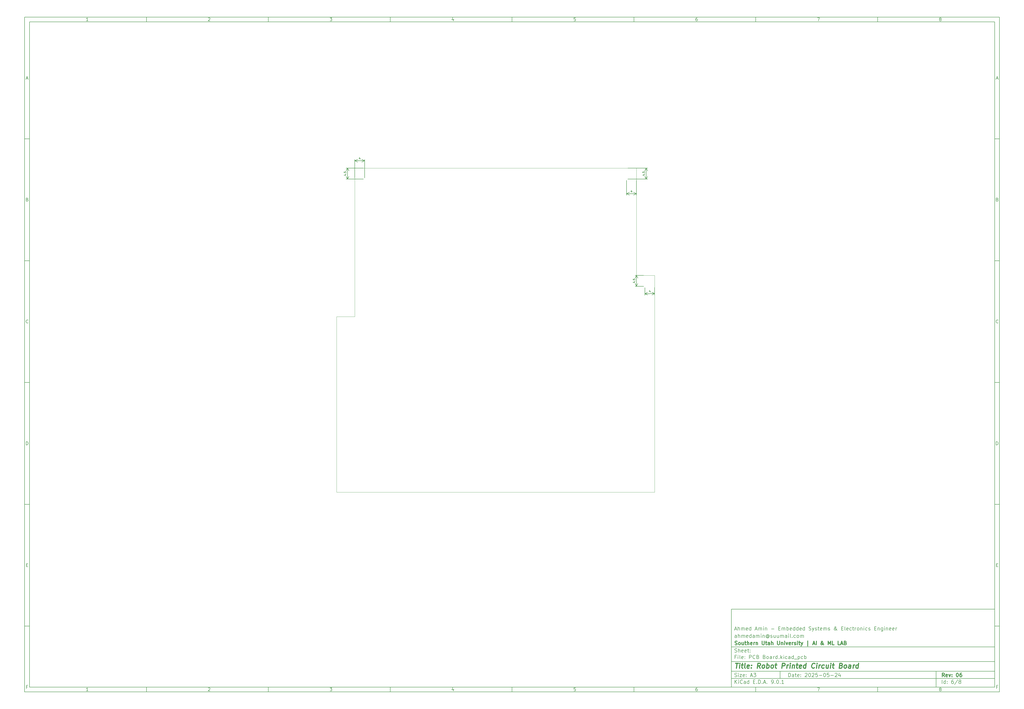
<source format=gbr>
%TF.GenerationSoftware,KiCad,Pcbnew,9.0.1*%
%TF.CreationDate,2025-05-27T23:19:41-06:00*%
%TF.ProjectId,PCB Board,50434220-426f-4617-9264-2e6b69636164,06*%
%TF.SameCoordinates,Original*%
%TF.FileFunction,Legend,Bot*%
%TF.FilePolarity,Positive*%
%FSLAX46Y46*%
G04 Gerber Fmt 4.6, Leading zero omitted, Abs format (unit mm)*
G04 Created by KiCad (PCBNEW 9.0.1) date 2025-05-27 23:19:41*
%MOMM*%
%LPD*%
G01*
G04 APERTURE LIST*
%ADD10C,0.100000*%
%ADD11C,0.150000*%
%ADD12C,0.300000*%
%ADD13C,0.400000*%
%ADD14C,0.152400*%
%TA.AperFunction,Profile*%
%ADD15C,0.038100*%
%TD*%
G04 APERTURE END LIST*
D10*
D11*
X299989000Y-253002200D02*
X407989000Y-253002200D01*
X407989000Y-285002200D01*
X299989000Y-285002200D01*
X299989000Y-253002200D01*
D10*
D11*
X10000000Y-10000000D02*
X409989000Y-10000000D01*
X409989000Y-287002200D01*
X10000000Y-287002200D01*
X10000000Y-10000000D01*
D10*
D11*
X12000000Y-12000000D02*
X407989000Y-12000000D01*
X407989000Y-285002200D01*
X12000000Y-285002200D01*
X12000000Y-12000000D01*
D10*
D11*
X60000000Y-12000000D02*
X60000000Y-10000000D01*
D10*
D11*
X110000000Y-12000000D02*
X110000000Y-10000000D01*
D10*
D11*
X160000000Y-12000000D02*
X160000000Y-10000000D01*
D10*
D11*
X210000000Y-12000000D02*
X210000000Y-10000000D01*
D10*
D11*
X260000000Y-12000000D02*
X260000000Y-10000000D01*
D10*
D11*
X310000000Y-12000000D02*
X310000000Y-10000000D01*
D10*
D11*
X360000000Y-12000000D02*
X360000000Y-10000000D01*
D10*
D11*
X36089160Y-11593604D02*
X35346303Y-11593604D01*
X35717731Y-11593604D02*
X35717731Y-10293604D01*
X35717731Y-10293604D02*
X35593922Y-10479319D01*
X35593922Y-10479319D02*
X35470112Y-10603128D01*
X35470112Y-10603128D02*
X35346303Y-10665033D01*
D10*
D11*
X85346303Y-10417414D02*
X85408207Y-10355509D01*
X85408207Y-10355509D02*
X85532017Y-10293604D01*
X85532017Y-10293604D02*
X85841541Y-10293604D01*
X85841541Y-10293604D02*
X85965350Y-10355509D01*
X85965350Y-10355509D02*
X86027255Y-10417414D01*
X86027255Y-10417414D02*
X86089160Y-10541223D01*
X86089160Y-10541223D02*
X86089160Y-10665033D01*
X86089160Y-10665033D02*
X86027255Y-10850747D01*
X86027255Y-10850747D02*
X85284398Y-11593604D01*
X85284398Y-11593604D02*
X86089160Y-11593604D01*
D10*
D11*
X135284398Y-10293604D02*
X136089160Y-10293604D01*
X136089160Y-10293604D02*
X135655826Y-10788842D01*
X135655826Y-10788842D02*
X135841541Y-10788842D01*
X135841541Y-10788842D02*
X135965350Y-10850747D01*
X135965350Y-10850747D02*
X136027255Y-10912652D01*
X136027255Y-10912652D02*
X136089160Y-11036461D01*
X136089160Y-11036461D02*
X136089160Y-11345985D01*
X136089160Y-11345985D02*
X136027255Y-11469795D01*
X136027255Y-11469795D02*
X135965350Y-11531700D01*
X135965350Y-11531700D02*
X135841541Y-11593604D01*
X135841541Y-11593604D02*
X135470112Y-11593604D01*
X135470112Y-11593604D02*
X135346303Y-11531700D01*
X135346303Y-11531700D02*
X135284398Y-11469795D01*
D10*
D11*
X185965350Y-10726938D02*
X185965350Y-11593604D01*
X185655826Y-10231700D02*
X185346303Y-11160271D01*
X185346303Y-11160271D02*
X186151064Y-11160271D01*
D10*
D11*
X236027255Y-10293604D02*
X235408207Y-10293604D01*
X235408207Y-10293604D02*
X235346303Y-10912652D01*
X235346303Y-10912652D02*
X235408207Y-10850747D01*
X235408207Y-10850747D02*
X235532017Y-10788842D01*
X235532017Y-10788842D02*
X235841541Y-10788842D01*
X235841541Y-10788842D02*
X235965350Y-10850747D01*
X235965350Y-10850747D02*
X236027255Y-10912652D01*
X236027255Y-10912652D02*
X236089160Y-11036461D01*
X236089160Y-11036461D02*
X236089160Y-11345985D01*
X236089160Y-11345985D02*
X236027255Y-11469795D01*
X236027255Y-11469795D02*
X235965350Y-11531700D01*
X235965350Y-11531700D02*
X235841541Y-11593604D01*
X235841541Y-11593604D02*
X235532017Y-11593604D01*
X235532017Y-11593604D02*
X235408207Y-11531700D01*
X235408207Y-11531700D02*
X235346303Y-11469795D01*
D10*
D11*
X285965350Y-10293604D02*
X285717731Y-10293604D01*
X285717731Y-10293604D02*
X285593922Y-10355509D01*
X285593922Y-10355509D02*
X285532017Y-10417414D01*
X285532017Y-10417414D02*
X285408207Y-10603128D01*
X285408207Y-10603128D02*
X285346303Y-10850747D01*
X285346303Y-10850747D02*
X285346303Y-11345985D01*
X285346303Y-11345985D02*
X285408207Y-11469795D01*
X285408207Y-11469795D02*
X285470112Y-11531700D01*
X285470112Y-11531700D02*
X285593922Y-11593604D01*
X285593922Y-11593604D02*
X285841541Y-11593604D01*
X285841541Y-11593604D02*
X285965350Y-11531700D01*
X285965350Y-11531700D02*
X286027255Y-11469795D01*
X286027255Y-11469795D02*
X286089160Y-11345985D01*
X286089160Y-11345985D02*
X286089160Y-11036461D01*
X286089160Y-11036461D02*
X286027255Y-10912652D01*
X286027255Y-10912652D02*
X285965350Y-10850747D01*
X285965350Y-10850747D02*
X285841541Y-10788842D01*
X285841541Y-10788842D02*
X285593922Y-10788842D01*
X285593922Y-10788842D02*
X285470112Y-10850747D01*
X285470112Y-10850747D02*
X285408207Y-10912652D01*
X285408207Y-10912652D02*
X285346303Y-11036461D01*
D10*
D11*
X335284398Y-10293604D02*
X336151064Y-10293604D01*
X336151064Y-10293604D02*
X335593922Y-11593604D01*
D10*
D11*
X385593922Y-10850747D02*
X385470112Y-10788842D01*
X385470112Y-10788842D02*
X385408207Y-10726938D01*
X385408207Y-10726938D02*
X385346303Y-10603128D01*
X385346303Y-10603128D02*
X385346303Y-10541223D01*
X385346303Y-10541223D02*
X385408207Y-10417414D01*
X385408207Y-10417414D02*
X385470112Y-10355509D01*
X385470112Y-10355509D02*
X385593922Y-10293604D01*
X385593922Y-10293604D02*
X385841541Y-10293604D01*
X385841541Y-10293604D02*
X385965350Y-10355509D01*
X385965350Y-10355509D02*
X386027255Y-10417414D01*
X386027255Y-10417414D02*
X386089160Y-10541223D01*
X386089160Y-10541223D02*
X386089160Y-10603128D01*
X386089160Y-10603128D02*
X386027255Y-10726938D01*
X386027255Y-10726938D02*
X385965350Y-10788842D01*
X385965350Y-10788842D02*
X385841541Y-10850747D01*
X385841541Y-10850747D02*
X385593922Y-10850747D01*
X385593922Y-10850747D02*
X385470112Y-10912652D01*
X385470112Y-10912652D02*
X385408207Y-10974557D01*
X385408207Y-10974557D02*
X385346303Y-11098366D01*
X385346303Y-11098366D02*
X385346303Y-11345985D01*
X385346303Y-11345985D02*
X385408207Y-11469795D01*
X385408207Y-11469795D02*
X385470112Y-11531700D01*
X385470112Y-11531700D02*
X385593922Y-11593604D01*
X385593922Y-11593604D02*
X385841541Y-11593604D01*
X385841541Y-11593604D02*
X385965350Y-11531700D01*
X385965350Y-11531700D02*
X386027255Y-11469795D01*
X386027255Y-11469795D02*
X386089160Y-11345985D01*
X386089160Y-11345985D02*
X386089160Y-11098366D01*
X386089160Y-11098366D02*
X386027255Y-10974557D01*
X386027255Y-10974557D02*
X385965350Y-10912652D01*
X385965350Y-10912652D02*
X385841541Y-10850747D01*
D10*
D11*
X60000000Y-285002200D02*
X60000000Y-287002200D01*
D10*
D11*
X110000000Y-285002200D02*
X110000000Y-287002200D01*
D10*
D11*
X160000000Y-285002200D02*
X160000000Y-287002200D01*
D10*
D11*
X210000000Y-285002200D02*
X210000000Y-287002200D01*
D10*
D11*
X260000000Y-285002200D02*
X260000000Y-287002200D01*
D10*
D11*
X310000000Y-285002200D02*
X310000000Y-287002200D01*
D10*
D11*
X360000000Y-285002200D02*
X360000000Y-287002200D01*
D10*
D11*
X36089160Y-286595804D02*
X35346303Y-286595804D01*
X35717731Y-286595804D02*
X35717731Y-285295804D01*
X35717731Y-285295804D02*
X35593922Y-285481519D01*
X35593922Y-285481519D02*
X35470112Y-285605328D01*
X35470112Y-285605328D02*
X35346303Y-285667233D01*
D10*
D11*
X85346303Y-285419614D02*
X85408207Y-285357709D01*
X85408207Y-285357709D02*
X85532017Y-285295804D01*
X85532017Y-285295804D02*
X85841541Y-285295804D01*
X85841541Y-285295804D02*
X85965350Y-285357709D01*
X85965350Y-285357709D02*
X86027255Y-285419614D01*
X86027255Y-285419614D02*
X86089160Y-285543423D01*
X86089160Y-285543423D02*
X86089160Y-285667233D01*
X86089160Y-285667233D02*
X86027255Y-285852947D01*
X86027255Y-285852947D02*
X85284398Y-286595804D01*
X85284398Y-286595804D02*
X86089160Y-286595804D01*
D10*
D11*
X135284398Y-285295804D02*
X136089160Y-285295804D01*
X136089160Y-285295804D02*
X135655826Y-285791042D01*
X135655826Y-285791042D02*
X135841541Y-285791042D01*
X135841541Y-285791042D02*
X135965350Y-285852947D01*
X135965350Y-285852947D02*
X136027255Y-285914852D01*
X136027255Y-285914852D02*
X136089160Y-286038661D01*
X136089160Y-286038661D02*
X136089160Y-286348185D01*
X136089160Y-286348185D02*
X136027255Y-286471995D01*
X136027255Y-286471995D02*
X135965350Y-286533900D01*
X135965350Y-286533900D02*
X135841541Y-286595804D01*
X135841541Y-286595804D02*
X135470112Y-286595804D01*
X135470112Y-286595804D02*
X135346303Y-286533900D01*
X135346303Y-286533900D02*
X135284398Y-286471995D01*
D10*
D11*
X185965350Y-285729138D02*
X185965350Y-286595804D01*
X185655826Y-285233900D02*
X185346303Y-286162471D01*
X185346303Y-286162471D02*
X186151064Y-286162471D01*
D10*
D11*
X236027255Y-285295804D02*
X235408207Y-285295804D01*
X235408207Y-285295804D02*
X235346303Y-285914852D01*
X235346303Y-285914852D02*
X235408207Y-285852947D01*
X235408207Y-285852947D02*
X235532017Y-285791042D01*
X235532017Y-285791042D02*
X235841541Y-285791042D01*
X235841541Y-285791042D02*
X235965350Y-285852947D01*
X235965350Y-285852947D02*
X236027255Y-285914852D01*
X236027255Y-285914852D02*
X236089160Y-286038661D01*
X236089160Y-286038661D02*
X236089160Y-286348185D01*
X236089160Y-286348185D02*
X236027255Y-286471995D01*
X236027255Y-286471995D02*
X235965350Y-286533900D01*
X235965350Y-286533900D02*
X235841541Y-286595804D01*
X235841541Y-286595804D02*
X235532017Y-286595804D01*
X235532017Y-286595804D02*
X235408207Y-286533900D01*
X235408207Y-286533900D02*
X235346303Y-286471995D01*
D10*
D11*
X285965350Y-285295804D02*
X285717731Y-285295804D01*
X285717731Y-285295804D02*
X285593922Y-285357709D01*
X285593922Y-285357709D02*
X285532017Y-285419614D01*
X285532017Y-285419614D02*
X285408207Y-285605328D01*
X285408207Y-285605328D02*
X285346303Y-285852947D01*
X285346303Y-285852947D02*
X285346303Y-286348185D01*
X285346303Y-286348185D02*
X285408207Y-286471995D01*
X285408207Y-286471995D02*
X285470112Y-286533900D01*
X285470112Y-286533900D02*
X285593922Y-286595804D01*
X285593922Y-286595804D02*
X285841541Y-286595804D01*
X285841541Y-286595804D02*
X285965350Y-286533900D01*
X285965350Y-286533900D02*
X286027255Y-286471995D01*
X286027255Y-286471995D02*
X286089160Y-286348185D01*
X286089160Y-286348185D02*
X286089160Y-286038661D01*
X286089160Y-286038661D02*
X286027255Y-285914852D01*
X286027255Y-285914852D02*
X285965350Y-285852947D01*
X285965350Y-285852947D02*
X285841541Y-285791042D01*
X285841541Y-285791042D02*
X285593922Y-285791042D01*
X285593922Y-285791042D02*
X285470112Y-285852947D01*
X285470112Y-285852947D02*
X285408207Y-285914852D01*
X285408207Y-285914852D02*
X285346303Y-286038661D01*
D10*
D11*
X335284398Y-285295804D02*
X336151064Y-285295804D01*
X336151064Y-285295804D02*
X335593922Y-286595804D01*
D10*
D11*
X385593922Y-285852947D02*
X385470112Y-285791042D01*
X385470112Y-285791042D02*
X385408207Y-285729138D01*
X385408207Y-285729138D02*
X385346303Y-285605328D01*
X385346303Y-285605328D02*
X385346303Y-285543423D01*
X385346303Y-285543423D02*
X385408207Y-285419614D01*
X385408207Y-285419614D02*
X385470112Y-285357709D01*
X385470112Y-285357709D02*
X385593922Y-285295804D01*
X385593922Y-285295804D02*
X385841541Y-285295804D01*
X385841541Y-285295804D02*
X385965350Y-285357709D01*
X385965350Y-285357709D02*
X386027255Y-285419614D01*
X386027255Y-285419614D02*
X386089160Y-285543423D01*
X386089160Y-285543423D02*
X386089160Y-285605328D01*
X386089160Y-285605328D02*
X386027255Y-285729138D01*
X386027255Y-285729138D02*
X385965350Y-285791042D01*
X385965350Y-285791042D02*
X385841541Y-285852947D01*
X385841541Y-285852947D02*
X385593922Y-285852947D01*
X385593922Y-285852947D02*
X385470112Y-285914852D01*
X385470112Y-285914852D02*
X385408207Y-285976757D01*
X385408207Y-285976757D02*
X385346303Y-286100566D01*
X385346303Y-286100566D02*
X385346303Y-286348185D01*
X385346303Y-286348185D02*
X385408207Y-286471995D01*
X385408207Y-286471995D02*
X385470112Y-286533900D01*
X385470112Y-286533900D02*
X385593922Y-286595804D01*
X385593922Y-286595804D02*
X385841541Y-286595804D01*
X385841541Y-286595804D02*
X385965350Y-286533900D01*
X385965350Y-286533900D02*
X386027255Y-286471995D01*
X386027255Y-286471995D02*
X386089160Y-286348185D01*
X386089160Y-286348185D02*
X386089160Y-286100566D01*
X386089160Y-286100566D02*
X386027255Y-285976757D01*
X386027255Y-285976757D02*
X385965350Y-285914852D01*
X385965350Y-285914852D02*
X385841541Y-285852947D01*
D10*
D11*
X10000000Y-60000000D02*
X12000000Y-60000000D01*
D10*
D11*
X10000000Y-110000000D02*
X12000000Y-110000000D01*
D10*
D11*
X10000000Y-160000000D02*
X12000000Y-160000000D01*
D10*
D11*
X10000000Y-210000000D02*
X12000000Y-210000000D01*
D10*
D11*
X10000000Y-260000000D02*
X12000000Y-260000000D01*
D10*
D11*
X10690476Y-35222176D02*
X11309523Y-35222176D01*
X10566666Y-35593604D02*
X10999999Y-34293604D01*
X10999999Y-34293604D02*
X11433333Y-35593604D01*
D10*
D11*
X11092857Y-84912652D02*
X11278571Y-84974557D01*
X11278571Y-84974557D02*
X11340476Y-85036461D01*
X11340476Y-85036461D02*
X11402380Y-85160271D01*
X11402380Y-85160271D02*
X11402380Y-85345985D01*
X11402380Y-85345985D02*
X11340476Y-85469795D01*
X11340476Y-85469795D02*
X11278571Y-85531700D01*
X11278571Y-85531700D02*
X11154761Y-85593604D01*
X11154761Y-85593604D02*
X10659523Y-85593604D01*
X10659523Y-85593604D02*
X10659523Y-84293604D01*
X10659523Y-84293604D02*
X11092857Y-84293604D01*
X11092857Y-84293604D02*
X11216666Y-84355509D01*
X11216666Y-84355509D02*
X11278571Y-84417414D01*
X11278571Y-84417414D02*
X11340476Y-84541223D01*
X11340476Y-84541223D02*
X11340476Y-84665033D01*
X11340476Y-84665033D02*
X11278571Y-84788842D01*
X11278571Y-84788842D02*
X11216666Y-84850747D01*
X11216666Y-84850747D02*
X11092857Y-84912652D01*
X11092857Y-84912652D02*
X10659523Y-84912652D01*
D10*
D11*
X11402380Y-135469795D02*
X11340476Y-135531700D01*
X11340476Y-135531700D02*
X11154761Y-135593604D01*
X11154761Y-135593604D02*
X11030952Y-135593604D01*
X11030952Y-135593604D02*
X10845238Y-135531700D01*
X10845238Y-135531700D02*
X10721428Y-135407890D01*
X10721428Y-135407890D02*
X10659523Y-135284080D01*
X10659523Y-135284080D02*
X10597619Y-135036461D01*
X10597619Y-135036461D02*
X10597619Y-134850747D01*
X10597619Y-134850747D02*
X10659523Y-134603128D01*
X10659523Y-134603128D02*
X10721428Y-134479319D01*
X10721428Y-134479319D02*
X10845238Y-134355509D01*
X10845238Y-134355509D02*
X11030952Y-134293604D01*
X11030952Y-134293604D02*
X11154761Y-134293604D01*
X11154761Y-134293604D02*
X11340476Y-134355509D01*
X11340476Y-134355509D02*
X11402380Y-134417414D01*
D10*
D11*
X10659523Y-185593604D02*
X10659523Y-184293604D01*
X10659523Y-184293604D02*
X10969047Y-184293604D01*
X10969047Y-184293604D02*
X11154761Y-184355509D01*
X11154761Y-184355509D02*
X11278571Y-184479319D01*
X11278571Y-184479319D02*
X11340476Y-184603128D01*
X11340476Y-184603128D02*
X11402380Y-184850747D01*
X11402380Y-184850747D02*
X11402380Y-185036461D01*
X11402380Y-185036461D02*
X11340476Y-185284080D01*
X11340476Y-185284080D02*
X11278571Y-185407890D01*
X11278571Y-185407890D02*
X11154761Y-185531700D01*
X11154761Y-185531700D02*
X10969047Y-185593604D01*
X10969047Y-185593604D02*
X10659523Y-185593604D01*
D10*
D11*
X10721428Y-234912652D02*
X11154762Y-234912652D01*
X11340476Y-235593604D02*
X10721428Y-235593604D01*
X10721428Y-235593604D02*
X10721428Y-234293604D01*
X10721428Y-234293604D02*
X11340476Y-234293604D01*
D10*
D11*
X11185714Y-284912652D02*
X10752380Y-284912652D01*
X10752380Y-285593604D02*
X10752380Y-284293604D01*
X10752380Y-284293604D02*
X11371428Y-284293604D01*
D10*
D11*
X409989000Y-60000000D02*
X407989000Y-60000000D01*
D10*
D11*
X409989000Y-110000000D02*
X407989000Y-110000000D01*
D10*
D11*
X409989000Y-160000000D02*
X407989000Y-160000000D01*
D10*
D11*
X409989000Y-210000000D02*
X407989000Y-210000000D01*
D10*
D11*
X409989000Y-260000000D02*
X407989000Y-260000000D01*
D10*
D11*
X408679476Y-35222176D02*
X409298523Y-35222176D01*
X408555666Y-35593604D02*
X408988999Y-34293604D01*
X408988999Y-34293604D02*
X409422333Y-35593604D01*
D10*
D11*
X409081857Y-84912652D02*
X409267571Y-84974557D01*
X409267571Y-84974557D02*
X409329476Y-85036461D01*
X409329476Y-85036461D02*
X409391380Y-85160271D01*
X409391380Y-85160271D02*
X409391380Y-85345985D01*
X409391380Y-85345985D02*
X409329476Y-85469795D01*
X409329476Y-85469795D02*
X409267571Y-85531700D01*
X409267571Y-85531700D02*
X409143761Y-85593604D01*
X409143761Y-85593604D02*
X408648523Y-85593604D01*
X408648523Y-85593604D02*
X408648523Y-84293604D01*
X408648523Y-84293604D02*
X409081857Y-84293604D01*
X409081857Y-84293604D02*
X409205666Y-84355509D01*
X409205666Y-84355509D02*
X409267571Y-84417414D01*
X409267571Y-84417414D02*
X409329476Y-84541223D01*
X409329476Y-84541223D02*
X409329476Y-84665033D01*
X409329476Y-84665033D02*
X409267571Y-84788842D01*
X409267571Y-84788842D02*
X409205666Y-84850747D01*
X409205666Y-84850747D02*
X409081857Y-84912652D01*
X409081857Y-84912652D02*
X408648523Y-84912652D01*
D10*
D11*
X409391380Y-135469795D02*
X409329476Y-135531700D01*
X409329476Y-135531700D02*
X409143761Y-135593604D01*
X409143761Y-135593604D02*
X409019952Y-135593604D01*
X409019952Y-135593604D02*
X408834238Y-135531700D01*
X408834238Y-135531700D02*
X408710428Y-135407890D01*
X408710428Y-135407890D02*
X408648523Y-135284080D01*
X408648523Y-135284080D02*
X408586619Y-135036461D01*
X408586619Y-135036461D02*
X408586619Y-134850747D01*
X408586619Y-134850747D02*
X408648523Y-134603128D01*
X408648523Y-134603128D02*
X408710428Y-134479319D01*
X408710428Y-134479319D02*
X408834238Y-134355509D01*
X408834238Y-134355509D02*
X409019952Y-134293604D01*
X409019952Y-134293604D02*
X409143761Y-134293604D01*
X409143761Y-134293604D02*
X409329476Y-134355509D01*
X409329476Y-134355509D02*
X409391380Y-134417414D01*
D10*
D11*
X408648523Y-185593604D02*
X408648523Y-184293604D01*
X408648523Y-184293604D02*
X408958047Y-184293604D01*
X408958047Y-184293604D02*
X409143761Y-184355509D01*
X409143761Y-184355509D02*
X409267571Y-184479319D01*
X409267571Y-184479319D02*
X409329476Y-184603128D01*
X409329476Y-184603128D02*
X409391380Y-184850747D01*
X409391380Y-184850747D02*
X409391380Y-185036461D01*
X409391380Y-185036461D02*
X409329476Y-185284080D01*
X409329476Y-185284080D02*
X409267571Y-185407890D01*
X409267571Y-185407890D02*
X409143761Y-185531700D01*
X409143761Y-185531700D02*
X408958047Y-185593604D01*
X408958047Y-185593604D02*
X408648523Y-185593604D01*
D10*
D11*
X408710428Y-234912652D02*
X409143762Y-234912652D01*
X409329476Y-235593604D02*
X408710428Y-235593604D01*
X408710428Y-235593604D02*
X408710428Y-234293604D01*
X408710428Y-234293604D02*
X409329476Y-234293604D01*
D10*
D11*
X409174714Y-284912652D02*
X408741380Y-284912652D01*
X408741380Y-285593604D02*
X408741380Y-284293604D01*
X408741380Y-284293604D02*
X409360428Y-284293604D01*
D10*
D11*
X323444826Y-280788328D02*
X323444826Y-279288328D01*
X323444826Y-279288328D02*
X323801969Y-279288328D01*
X323801969Y-279288328D02*
X324016255Y-279359757D01*
X324016255Y-279359757D02*
X324159112Y-279502614D01*
X324159112Y-279502614D02*
X324230541Y-279645471D01*
X324230541Y-279645471D02*
X324301969Y-279931185D01*
X324301969Y-279931185D02*
X324301969Y-280145471D01*
X324301969Y-280145471D02*
X324230541Y-280431185D01*
X324230541Y-280431185D02*
X324159112Y-280574042D01*
X324159112Y-280574042D02*
X324016255Y-280716900D01*
X324016255Y-280716900D02*
X323801969Y-280788328D01*
X323801969Y-280788328D02*
X323444826Y-280788328D01*
X325587684Y-280788328D02*
X325587684Y-280002614D01*
X325587684Y-280002614D02*
X325516255Y-279859757D01*
X325516255Y-279859757D02*
X325373398Y-279788328D01*
X325373398Y-279788328D02*
X325087684Y-279788328D01*
X325087684Y-279788328D02*
X324944826Y-279859757D01*
X325587684Y-280716900D02*
X325444826Y-280788328D01*
X325444826Y-280788328D02*
X325087684Y-280788328D01*
X325087684Y-280788328D02*
X324944826Y-280716900D01*
X324944826Y-280716900D02*
X324873398Y-280574042D01*
X324873398Y-280574042D02*
X324873398Y-280431185D01*
X324873398Y-280431185D02*
X324944826Y-280288328D01*
X324944826Y-280288328D02*
X325087684Y-280216900D01*
X325087684Y-280216900D02*
X325444826Y-280216900D01*
X325444826Y-280216900D02*
X325587684Y-280145471D01*
X326087684Y-279788328D02*
X326659112Y-279788328D01*
X326301969Y-279288328D02*
X326301969Y-280574042D01*
X326301969Y-280574042D02*
X326373398Y-280716900D01*
X326373398Y-280716900D02*
X326516255Y-280788328D01*
X326516255Y-280788328D02*
X326659112Y-280788328D01*
X327730541Y-280716900D02*
X327587684Y-280788328D01*
X327587684Y-280788328D02*
X327301970Y-280788328D01*
X327301970Y-280788328D02*
X327159112Y-280716900D01*
X327159112Y-280716900D02*
X327087684Y-280574042D01*
X327087684Y-280574042D02*
X327087684Y-280002614D01*
X327087684Y-280002614D02*
X327159112Y-279859757D01*
X327159112Y-279859757D02*
X327301970Y-279788328D01*
X327301970Y-279788328D02*
X327587684Y-279788328D01*
X327587684Y-279788328D02*
X327730541Y-279859757D01*
X327730541Y-279859757D02*
X327801970Y-280002614D01*
X327801970Y-280002614D02*
X327801970Y-280145471D01*
X327801970Y-280145471D02*
X327087684Y-280288328D01*
X328444826Y-280645471D02*
X328516255Y-280716900D01*
X328516255Y-280716900D02*
X328444826Y-280788328D01*
X328444826Y-280788328D02*
X328373398Y-280716900D01*
X328373398Y-280716900D02*
X328444826Y-280645471D01*
X328444826Y-280645471D02*
X328444826Y-280788328D01*
X328444826Y-279859757D02*
X328516255Y-279931185D01*
X328516255Y-279931185D02*
X328444826Y-280002614D01*
X328444826Y-280002614D02*
X328373398Y-279931185D01*
X328373398Y-279931185D02*
X328444826Y-279859757D01*
X328444826Y-279859757D02*
X328444826Y-280002614D01*
X330230541Y-279431185D02*
X330301969Y-279359757D01*
X330301969Y-279359757D02*
X330444827Y-279288328D01*
X330444827Y-279288328D02*
X330801969Y-279288328D01*
X330801969Y-279288328D02*
X330944827Y-279359757D01*
X330944827Y-279359757D02*
X331016255Y-279431185D01*
X331016255Y-279431185D02*
X331087684Y-279574042D01*
X331087684Y-279574042D02*
X331087684Y-279716900D01*
X331087684Y-279716900D02*
X331016255Y-279931185D01*
X331016255Y-279931185D02*
X330159112Y-280788328D01*
X330159112Y-280788328D02*
X331087684Y-280788328D01*
X332016255Y-279288328D02*
X332159112Y-279288328D01*
X332159112Y-279288328D02*
X332301969Y-279359757D01*
X332301969Y-279359757D02*
X332373398Y-279431185D01*
X332373398Y-279431185D02*
X332444826Y-279574042D01*
X332444826Y-279574042D02*
X332516255Y-279859757D01*
X332516255Y-279859757D02*
X332516255Y-280216900D01*
X332516255Y-280216900D02*
X332444826Y-280502614D01*
X332444826Y-280502614D02*
X332373398Y-280645471D01*
X332373398Y-280645471D02*
X332301969Y-280716900D01*
X332301969Y-280716900D02*
X332159112Y-280788328D01*
X332159112Y-280788328D02*
X332016255Y-280788328D01*
X332016255Y-280788328D02*
X331873398Y-280716900D01*
X331873398Y-280716900D02*
X331801969Y-280645471D01*
X331801969Y-280645471D02*
X331730540Y-280502614D01*
X331730540Y-280502614D02*
X331659112Y-280216900D01*
X331659112Y-280216900D02*
X331659112Y-279859757D01*
X331659112Y-279859757D02*
X331730540Y-279574042D01*
X331730540Y-279574042D02*
X331801969Y-279431185D01*
X331801969Y-279431185D02*
X331873398Y-279359757D01*
X331873398Y-279359757D02*
X332016255Y-279288328D01*
X333087683Y-279431185D02*
X333159111Y-279359757D01*
X333159111Y-279359757D02*
X333301969Y-279288328D01*
X333301969Y-279288328D02*
X333659111Y-279288328D01*
X333659111Y-279288328D02*
X333801969Y-279359757D01*
X333801969Y-279359757D02*
X333873397Y-279431185D01*
X333873397Y-279431185D02*
X333944826Y-279574042D01*
X333944826Y-279574042D02*
X333944826Y-279716900D01*
X333944826Y-279716900D02*
X333873397Y-279931185D01*
X333873397Y-279931185D02*
X333016254Y-280788328D01*
X333016254Y-280788328D02*
X333944826Y-280788328D01*
X335301968Y-279288328D02*
X334587682Y-279288328D01*
X334587682Y-279288328D02*
X334516254Y-280002614D01*
X334516254Y-280002614D02*
X334587682Y-279931185D01*
X334587682Y-279931185D02*
X334730540Y-279859757D01*
X334730540Y-279859757D02*
X335087682Y-279859757D01*
X335087682Y-279859757D02*
X335230540Y-279931185D01*
X335230540Y-279931185D02*
X335301968Y-280002614D01*
X335301968Y-280002614D02*
X335373397Y-280145471D01*
X335373397Y-280145471D02*
X335373397Y-280502614D01*
X335373397Y-280502614D02*
X335301968Y-280645471D01*
X335301968Y-280645471D02*
X335230540Y-280716900D01*
X335230540Y-280716900D02*
X335087682Y-280788328D01*
X335087682Y-280788328D02*
X334730540Y-280788328D01*
X334730540Y-280788328D02*
X334587682Y-280716900D01*
X334587682Y-280716900D02*
X334516254Y-280645471D01*
X336016253Y-280216900D02*
X337159111Y-280216900D01*
X338159111Y-279288328D02*
X338301968Y-279288328D01*
X338301968Y-279288328D02*
X338444825Y-279359757D01*
X338444825Y-279359757D02*
X338516254Y-279431185D01*
X338516254Y-279431185D02*
X338587682Y-279574042D01*
X338587682Y-279574042D02*
X338659111Y-279859757D01*
X338659111Y-279859757D02*
X338659111Y-280216900D01*
X338659111Y-280216900D02*
X338587682Y-280502614D01*
X338587682Y-280502614D02*
X338516254Y-280645471D01*
X338516254Y-280645471D02*
X338444825Y-280716900D01*
X338444825Y-280716900D02*
X338301968Y-280788328D01*
X338301968Y-280788328D02*
X338159111Y-280788328D01*
X338159111Y-280788328D02*
X338016254Y-280716900D01*
X338016254Y-280716900D02*
X337944825Y-280645471D01*
X337944825Y-280645471D02*
X337873396Y-280502614D01*
X337873396Y-280502614D02*
X337801968Y-280216900D01*
X337801968Y-280216900D02*
X337801968Y-279859757D01*
X337801968Y-279859757D02*
X337873396Y-279574042D01*
X337873396Y-279574042D02*
X337944825Y-279431185D01*
X337944825Y-279431185D02*
X338016254Y-279359757D01*
X338016254Y-279359757D02*
X338159111Y-279288328D01*
X340016253Y-279288328D02*
X339301967Y-279288328D01*
X339301967Y-279288328D02*
X339230539Y-280002614D01*
X339230539Y-280002614D02*
X339301967Y-279931185D01*
X339301967Y-279931185D02*
X339444825Y-279859757D01*
X339444825Y-279859757D02*
X339801967Y-279859757D01*
X339801967Y-279859757D02*
X339944825Y-279931185D01*
X339944825Y-279931185D02*
X340016253Y-280002614D01*
X340016253Y-280002614D02*
X340087682Y-280145471D01*
X340087682Y-280145471D02*
X340087682Y-280502614D01*
X340087682Y-280502614D02*
X340016253Y-280645471D01*
X340016253Y-280645471D02*
X339944825Y-280716900D01*
X339944825Y-280716900D02*
X339801967Y-280788328D01*
X339801967Y-280788328D02*
X339444825Y-280788328D01*
X339444825Y-280788328D02*
X339301967Y-280716900D01*
X339301967Y-280716900D02*
X339230539Y-280645471D01*
X340730538Y-280216900D02*
X341873396Y-280216900D01*
X342516253Y-279431185D02*
X342587681Y-279359757D01*
X342587681Y-279359757D02*
X342730539Y-279288328D01*
X342730539Y-279288328D02*
X343087681Y-279288328D01*
X343087681Y-279288328D02*
X343230539Y-279359757D01*
X343230539Y-279359757D02*
X343301967Y-279431185D01*
X343301967Y-279431185D02*
X343373396Y-279574042D01*
X343373396Y-279574042D02*
X343373396Y-279716900D01*
X343373396Y-279716900D02*
X343301967Y-279931185D01*
X343301967Y-279931185D02*
X342444824Y-280788328D01*
X342444824Y-280788328D02*
X343373396Y-280788328D01*
X344659110Y-279788328D02*
X344659110Y-280788328D01*
X344301967Y-279216900D02*
X343944824Y-280288328D01*
X343944824Y-280288328D02*
X344873395Y-280288328D01*
D10*
D11*
X299989000Y-281502200D02*
X407989000Y-281502200D01*
D10*
D11*
X301444826Y-283588328D02*
X301444826Y-282088328D01*
X302301969Y-283588328D02*
X301659112Y-282731185D01*
X302301969Y-282088328D02*
X301444826Y-282945471D01*
X302944826Y-283588328D02*
X302944826Y-282588328D01*
X302944826Y-282088328D02*
X302873398Y-282159757D01*
X302873398Y-282159757D02*
X302944826Y-282231185D01*
X302944826Y-282231185D02*
X303016255Y-282159757D01*
X303016255Y-282159757D02*
X302944826Y-282088328D01*
X302944826Y-282088328D02*
X302944826Y-282231185D01*
X304516255Y-283445471D02*
X304444827Y-283516900D01*
X304444827Y-283516900D02*
X304230541Y-283588328D01*
X304230541Y-283588328D02*
X304087684Y-283588328D01*
X304087684Y-283588328D02*
X303873398Y-283516900D01*
X303873398Y-283516900D02*
X303730541Y-283374042D01*
X303730541Y-283374042D02*
X303659112Y-283231185D01*
X303659112Y-283231185D02*
X303587684Y-282945471D01*
X303587684Y-282945471D02*
X303587684Y-282731185D01*
X303587684Y-282731185D02*
X303659112Y-282445471D01*
X303659112Y-282445471D02*
X303730541Y-282302614D01*
X303730541Y-282302614D02*
X303873398Y-282159757D01*
X303873398Y-282159757D02*
X304087684Y-282088328D01*
X304087684Y-282088328D02*
X304230541Y-282088328D01*
X304230541Y-282088328D02*
X304444827Y-282159757D01*
X304444827Y-282159757D02*
X304516255Y-282231185D01*
X305801970Y-283588328D02*
X305801970Y-282802614D01*
X305801970Y-282802614D02*
X305730541Y-282659757D01*
X305730541Y-282659757D02*
X305587684Y-282588328D01*
X305587684Y-282588328D02*
X305301970Y-282588328D01*
X305301970Y-282588328D02*
X305159112Y-282659757D01*
X305801970Y-283516900D02*
X305659112Y-283588328D01*
X305659112Y-283588328D02*
X305301970Y-283588328D01*
X305301970Y-283588328D02*
X305159112Y-283516900D01*
X305159112Y-283516900D02*
X305087684Y-283374042D01*
X305087684Y-283374042D02*
X305087684Y-283231185D01*
X305087684Y-283231185D02*
X305159112Y-283088328D01*
X305159112Y-283088328D02*
X305301970Y-283016900D01*
X305301970Y-283016900D02*
X305659112Y-283016900D01*
X305659112Y-283016900D02*
X305801970Y-282945471D01*
X307159113Y-283588328D02*
X307159113Y-282088328D01*
X307159113Y-283516900D02*
X307016255Y-283588328D01*
X307016255Y-283588328D02*
X306730541Y-283588328D01*
X306730541Y-283588328D02*
X306587684Y-283516900D01*
X306587684Y-283516900D02*
X306516255Y-283445471D01*
X306516255Y-283445471D02*
X306444827Y-283302614D01*
X306444827Y-283302614D02*
X306444827Y-282874042D01*
X306444827Y-282874042D02*
X306516255Y-282731185D01*
X306516255Y-282731185D02*
X306587684Y-282659757D01*
X306587684Y-282659757D02*
X306730541Y-282588328D01*
X306730541Y-282588328D02*
X307016255Y-282588328D01*
X307016255Y-282588328D02*
X307159113Y-282659757D01*
X309016255Y-282802614D02*
X309516255Y-282802614D01*
X309730541Y-283588328D02*
X309016255Y-283588328D01*
X309016255Y-283588328D02*
X309016255Y-282088328D01*
X309016255Y-282088328D02*
X309730541Y-282088328D01*
X310373398Y-283445471D02*
X310444827Y-283516900D01*
X310444827Y-283516900D02*
X310373398Y-283588328D01*
X310373398Y-283588328D02*
X310301970Y-283516900D01*
X310301970Y-283516900D02*
X310373398Y-283445471D01*
X310373398Y-283445471D02*
X310373398Y-283588328D01*
X311087684Y-283588328D02*
X311087684Y-282088328D01*
X311087684Y-282088328D02*
X311444827Y-282088328D01*
X311444827Y-282088328D02*
X311659113Y-282159757D01*
X311659113Y-282159757D02*
X311801970Y-282302614D01*
X311801970Y-282302614D02*
X311873399Y-282445471D01*
X311873399Y-282445471D02*
X311944827Y-282731185D01*
X311944827Y-282731185D02*
X311944827Y-282945471D01*
X311944827Y-282945471D02*
X311873399Y-283231185D01*
X311873399Y-283231185D02*
X311801970Y-283374042D01*
X311801970Y-283374042D02*
X311659113Y-283516900D01*
X311659113Y-283516900D02*
X311444827Y-283588328D01*
X311444827Y-283588328D02*
X311087684Y-283588328D01*
X312587684Y-283445471D02*
X312659113Y-283516900D01*
X312659113Y-283516900D02*
X312587684Y-283588328D01*
X312587684Y-283588328D02*
X312516256Y-283516900D01*
X312516256Y-283516900D02*
X312587684Y-283445471D01*
X312587684Y-283445471D02*
X312587684Y-283588328D01*
X313230542Y-283159757D02*
X313944828Y-283159757D01*
X313087685Y-283588328D02*
X313587685Y-282088328D01*
X313587685Y-282088328D02*
X314087685Y-283588328D01*
X314587684Y-283445471D02*
X314659113Y-283516900D01*
X314659113Y-283516900D02*
X314587684Y-283588328D01*
X314587684Y-283588328D02*
X314516256Y-283516900D01*
X314516256Y-283516900D02*
X314587684Y-283445471D01*
X314587684Y-283445471D02*
X314587684Y-283588328D01*
X316516256Y-283588328D02*
X316801970Y-283588328D01*
X316801970Y-283588328D02*
X316944827Y-283516900D01*
X316944827Y-283516900D02*
X317016256Y-283445471D01*
X317016256Y-283445471D02*
X317159113Y-283231185D01*
X317159113Y-283231185D02*
X317230542Y-282945471D01*
X317230542Y-282945471D02*
X317230542Y-282374042D01*
X317230542Y-282374042D02*
X317159113Y-282231185D01*
X317159113Y-282231185D02*
X317087685Y-282159757D01*
X317087685Y-282159757D02*
X316944827Y-282088328D01*
X316944827Y-282088328D02*
X316659113Y-282088328D01*
X316659113Y-282088328D02*
X316516256Y-282159757D01*
X316516256Y-282159757D02*
X316444827Y-282231185D01*
X316444827Y-282231185D02*
X316373399Y-282374042D01*
X316373399Y-282374042D02*
X316373399Y-282731185D01*
X316373399Y-282731185D02*
X316444827Y-282874042D01*
X316444827Y-282874042D02*
X316516256Y-282945471D01*
X316516256Y-282945471D02*
X316659113Y-283016900D01*
X316659113Y-283016900D02*
X316944827Y-283016900D01*
X316944827Y-283016900D02*
X317087685Y-282945471D01*
X317087685Y-282945471D02*
X317159113Y-282874042D01*
X317159113Y-282874042D02*
X317230542Y-282731185D01*
X317873398Y-283445471D02*
X317944827Y-283516900D01*
X317944827Y-283516900D02*
X317873398Y-283588328D01*
X317873398Y-283588328D02*
X317801970Y-283516900D01*
X317801970Y-283516900D02*
X317873398Y-283445471D01*
X317873398Y-283445471D02*
X317873398Y-283588328D01*
X318873399Y-282088328D02*
X319016256Y-282088328D01*
X319016256Y-282088328D02*
X319159113Y-282159757D01*
X319159113Y-282159757D02*
X319230542Y-282231185D01*
X319230542Y-282231185D02*
X319301970Y-282374042D01*
X319301970Y-282374042D02*
X319373399Y-282659757D01*
X319373399Y-282659757D02*
X319373399Y-283016900D01*
X319373399Y-283016900D02*
X319301970Y-283302614D01*
X319301970Y-283302614D02*
X319230542Y-283445471D01*
X319230542Y-283445471D02*
X319159113Y-283516900D01*
X319159113Y-283516900D02*
X319016256Y-283588328D01*
X319016256Y-283588328D02*
X318873399Y-283588328D01*
X318873399Y-283588328D02*
X318730542Y-283516900D01*
X318730542Y-283516900D02*
X318659113Y-283445471D01*
X318659113Y-283445471D02*
X318587684Y-283302614D01*
X318587684Y-283302614D02*
X318516256Y-283016900D01*
X318516256Y-283016900D02*
X318516256Y-282659757D01*
X318516256Y-282659757D02*
X318587684Y-282374042D01*
X318587684Y-282374042D02*
X318659113Y-282231185D01*
X318659113Y-282231185D02*
X318730542Y-282159757D01*
X318730542Y-282159757D02*
X318873399Y-282088328D01*
X320016255Y-283445471D02*
X320087684Y-283516900D01*
X320087684Y-283516900D02*
X320016255Y-283588328D01*
X320016255Y-283588328D02*
X319944827Y-283516900D01*
X319944827Y-283516900D02*
X320016255Y-283445471D01*
X320016255Y-283445471D02*
X320016255Y-283588328D01*
X321516256Y-283588328D02*
X320659113Y-283588328D01*
X321087684Y-283588328D02*
X321087684Y-282088328D01*
X321087684Y-282088328D02*
X320944827Y-282302614D01*
X320944827Y-282302614D02*
X320801970Y-282445471D01*
X320801970Y-282445471D02*
X320659113Y-282516900D01*
D10*
D11*
X299989000Y-278502200D02*
X407989000Y-278502200D01*
D10*
D12*
X387400653Y-280780528D02*
X386900653Y-280066242D01*
X386543510Y-280780528D02*
X386543510Y-279280528D01*
X386543510Y-279280528D02*
X387114939Y-279280528D01*
X387114939Y-279280528D02*
X387257796Y-279351957D01*
X387257796Y-279351957D02*
X387329225Y-279423385D01*
X387329225Y-279423385D02*
X387400653Y-279566242D01*
X387400653Y-279566242D02*
X387400653Y-279780528D01*
X387400653Y-279780528D02*
X387329225Y-279923385D01*
X387329225Y-279923385D02*
X387257796Y-279994814D01*
X387257796Y-279994814D02*
X387114939Y-280066242D01*
X387114939Y-280066242D02*
X386543510Y-280066242D01*
X388614939Y-280709100D02*
X388472082Y-280780528D01*
X388472082Y-280780528D02*
X388186368Y-280780528D01*
X388186368Y-280780528D02*
X388043510Y-280709100D01*
X388043510Y-280709100D02*
X387972082Y-280566242D01*
X387972082Y-280566242D02*
X387972082Y-279994814D01*
X387972082Y-279994814D02*
X388043510Y-279851957D01*
X388043510Y-279851957D02*
X388186368Y-279780528D01*
X388186368Y-279780528D02*
X388472082Y-279780528D01*
X388472082Y-279780528D02*
X388614939Y-279851957D01*
X388614939Y-279851957D02*
X388686368Y-279994814D01*
X388686368Y-279994814D02*
X388686368Y-280137671D01*
X388686368Y-280137671D02*
X387972082Y-280280528D01*
X389186367Y-279780528D02*
X389543510Y-280780528D01*
X389543510Y-280780528D02*
X389900653Y-279780528D01*
X390472081Y-280637671D02*
X390543510Y-280709100D01*
X390543510Y-280709100D02*
X390472081Y-280780528D01*
X390472081Y-280780528D02*
X390400653Y-280709100D01*
X390400653Y-280709100D02*
X390472081Y-280637671D01*
X390472081Y-280637671D02*
X390472081Y-280780528D01*
X390472081Y-279851957D02*
X390543510Y-279923385D01*
X390543510Y-279923385D02*
X390472081Y-279994814D01*
X390472081Y-279994814D02*
X390400653Y-279923385D01*
X390400653Y-279923385D02*
X390472081Y-279851957D01*
X390472081Y-279851957D02*
X390472081Y-279994814D01*
X392614939Y-279280528D02*
X392757796Y-279280528D01*
X392757796Y-279280528D02*
X392900653Y-279351957D01*
X392900653Y-279351957D02*
X392972082Y-279423385D01*
X392972082Y-279423385D02*
X393043510Y-279566242D01*
X393043510Y-279566242D02*
X393114939Y-279851957D01*
X393114939Y-279851957D02*
X393114939Y-280209100D01*
X393114939Y-280209100D02*
X393043510Y-280494814D01*
X393043510Y-280494814D02*
X392972082Y-280637671D01*
X392972082Y-280637671D02*
X392900653Y-280709100D01*
X392900653Y-280709100D02*
X392757796Y-280780528D01*
X392757796Y-280780528D02*
X392614939Y-280780528D01*
X392614939Y-280780528D02*
X392472082Y-280709100D01*
X392472082Y-280709100D02*
X392400653Y-280637671D01*
X392400653Y-280637671D02*
X392329224Y-280494814D01*
X392329224Y-280494814D02*
X392257796Y-280209100D01*
X392257796Y-280209100D02*
X392257796Y-279851957D01*
X392257796Y-279851957D02*
X392329224Y-279566242D01*
X392329224Y-279566242D02*
X392400653Y-279423385D01*
X392400653Y-279423385D02*
X392472082Y-279351957D01*
X392472082Y-279351957D02*
X392614939Y-279280528D01*
X394400653Y-279280528D02*
X394114938Y-279280528D01*
X394114938Y-279280528D02*
X393972081Y-279351957D01*
X393972081Y-279351957D02*
X393900653Y-279423385D01*
X393900653Y-279423385D02*
X393757795Y-279637671D01*
X393757795Y-279637671D02*
X393686367Y-279923385D01*
X393686367Y-279923385D02*
X393686367Y-280494814D01*
X393686367Y-280494814D02*
X393757795Y-280637671D01*
X393757795Y-280637671D02*
X393829224Y-280709100D01*
X393829224Y-280709100D02*
X393972081Y-280780528D01*
X393972081Y-280780528D02*
X394257795Y-280780528D01*
X394257795Y-280780528D02*
X394400653Y-280709100D01*
X394400653Y-280709100D02*
X394472081Y-280637671D01*
X394472081Y-280637671D02*
X394543510Y-280494814D01*
X394543510Y-280494814D02*
X394543510Y-280137671D01*
X394543510Y-280137671D02*
X394472081Y-279994814D01*
X394472081Y-279994814D02*
X394400653Y-279923385D01*
X394400653Y-279923385D02*
X394257795Y-279851957D01*
X394257795Y-279851957D02*
X393972081Y-279851957D01*
X393972081Y-279851957D02*
X393829224Y-279923385D01*
X393829224Y-279923385D02*
X393757795Y-279994814D01*
X393757795Y-279994814D02*
X393686367Y-280137671D01*
D10*
D11*
X301373398Y-280716900D02*
X301587684Y-280788328D01*
X301587684Y-280788328D02*
X301944826Y-280788328D01*
X301944826Y-280788328D02*
X302087684Y-280716900D01*
X302087684Y-280716900D02*
X302159112Y-280645471D01*
X302159112Y-280645471D02*
X302230541Y-280502614D01*
X302230541Y-280502614D02*
X302230541Y-280359757D01*
X302230541Y-280359757D02*
X302159112Y-280216900D01*
X302159112Y-280216900D02*
X302087684Y-280145471D01*
X302087684Y-280145471D02*
X301944826Y-280074042D01*
X301944826Y-280074042D02*
X301659112Y-280002614D01*
X301659112Y-280002614D02*
X301516255Y-279931185D01*
X301516255Y-279931185D02*
X301444826Y-279859757D01*
X301444826Y-279859757D02*
X301373398Y-279716900D01*
X301373398Y-279716900D02*
X301373398Y-279574042D01*
X301373398Y-279574042D02*
X301444826Y-279431185D01*
X301444826Y-279431185D02*
X301516255Y-279359757D01*
X301516255Y-279359757D02*
X301659112Y-279288328D01*
X301659112Y-279288328D02*
X302016255Y-279288328D01*
X302016255Y-279288328D02*
X302230541Y-279359757D01*
X302873397Y-280788328D02*
X302873397Y-279788328D01*
X302873397Y-279288328D02*
X302801969Y-279359757D01*
X302801969Y-279359757D02*
X302873397Y-279431185D01*
X302873397Y-279431185D02*
X302944826Y-279359757D01*
X302944826Y-279359757D02*
X302873397Y-279288328D01*
X302873397Y-279288328D02*
X302873397Y-279431185D01*
X303444826Y-279788328D02*
X304230541Y-279788328D01*
X304230541Y-279788328D02*
X303444826Y-280788328D01*
X303444826Y-280788328D02*
X304230541Y-280788328D01*
X305373398Y-280716900D02*
X305230541Y-280788328D01*
X305230541Y-280788328D02*
X304944827Y-280788328D01*
X304944827Y-280788328D02*
X304801969Y-280716900D01*
X304801969Y-280716900D02*
X304730541Y-280574042D01*
X304730541Y-280574042D02*
X304730541Y-280002614D01*
X304730541Y-280002614D02*
X304801969Y-279859757D01*
X304801969Y-279859757D02*
X304944827Y-279788328D01*
X304944827Y-279788328D02*
X305230541Y-279788328D01*
X305230541Y-279788328D02*
X305373398Y-279859757D01*
X305373398Y-279859757D02*
X305444827Y-280002614D01*
X305444827Y-280002614D02*
X305444827Y-280145471D01*
X305444827Y-280145471D02*
X304730541Y-280288328D01*
X306087683Y-280645471D02*
X306159112Y-280716900D01*
X306159112Y-280716900D02*
X306087683Y-280788328D01*
X306087683Y-280788328D02*
X306016255Y-280716900D01*
X306016255Y-280716900D02*
X306087683Y-280645471D01*
X306087683Y-280645471D02*
X306087683Y-280788328D01*
X306087683Y-279859757D02*
X306159112Y-279931185D01*
X306159112Y-279931185D02*
X306087683Y-280002614D01*
X306087683Y-280002614D02*
X306016255Y-279931185D01*
X306016255Y-279931185D02*
X306087683Y-279859757D01*
X306087683Y-279859757D02*
X306087683Y-280002614D01*
X307873398Y-280359757D02*
X308587684Y-280359757D01*
X307730541Y-280788328D02*
X308230541Y-279288328D01*
X308230541Y-279288328D02*
X308730541Y-280788328D01*
X309087683Y-279288328D02*
X310016255Y-279288328D01*
X310016255Y-279288328D02*
X309516255Y-279859757D01*
X309516255Y-279859757D02*
X309730540Y-279859757D01*
X309730540Y-279859757D02*
X309873398Y-279931185D01*
X309873398Y-279931185D02*
X309944826Y-280002614D01*
X309944826Y-280002614D02*
X310016255Y-280145471D01*
X310016255Y-280145471D02*
X310016255Y-280502614D01*
X310016255Y-280502614D02*
X309944826Y-280645471D01*
X309944826Y-280645471D02*
X309873398Y-280716900D01*
X309873398Y-280716900D02*
X309730540Y-280788328D01*
X309730540Y-280788328D02*
X309301969Y-280788328D01*
X309301969Y-280788328D02*
X309159112Y-280716900D01*
X309159112Y-280716900D02*
X309087683Y-280645471D01*
D10*
D11*
X386444826Y-283588328D02*
X386444826Y-282088328D01*
X387801970Y-283588328D02*
X387801970Y-282088328D01*
X387801970Y-283516900D02*
X387659112Y-283588328D01*
X387659112Y-283588328D02*
X387373398Y-283588328D01*
X387373398Y-283588328D02*
X387230541Y-283516900D01*
X387230541Y-283516900D02*
X387159112Y-283445471D01*
X387159112Y-283445471D02*
X387087684Y-283302614D01*
X387087684Y-283302614D02*
X387087684Y-282874042D01*
X387087684Y-282874042D02*
X387159112Y-282731185D01*
X387159112Y-282731185D02*
X387230541Y-282659757D01*
X387230541Y-282659757D02*
X387373398Y-282588328D01*
X387373398Y-282588328D02*
X387659112Y-282588328D01*
X387659112Y-282588328D02*
X387801970Y-282659757D01*
X388516255Y-283445471D02*
X388587684Y-283516900D01*
X388587684Y-283516900D02*
X388516255Y-283588328D01*
X388516255Y-283588328D02*
X388444827Y-283516900D01*
X388444827Y-283516900D02*
X388516255Y-283445471D01*
X388516255Y-283445471D02*
X388516255Y-283588328D01*
X388516255Y-282659757D02*
X388587684Y-282731185D01*
X388587684Y-282731185D02*
X388516255Y-282802614D01*
X388516255Y-282802614D02*
X388444827Y-282731185D01*
X388444827Y-282731185D02*
X388516255Y-282659757D01*
X388516255Y-282659757D02*
X388516255Y-282802614D01*
X391016256Y-282088328D02*
X390730541Y-282088328D01*
X390730541Y-282088328D02*
X390587684Y-282159757D01*
X390587684Y-282159757D02*
X390516256Y-282231185D01*
X390516256Y-282231185D02*
X390373398Y-282445471D01*
X390373398Y-282445471D02*
X390301970Y-282731185D01*
X390301970Y-282731185D02*
X390301970Y-283302614D01*
X390301970Y-283302614D02*
X390373398Y-283445471D01*
X390373398Y-283445471D02*
X390444827Y-283516900D01*
X390444827Y-283516900D02*
X390587684Y-283588328D01*
X390587684Y-283588328D02*
X390873398Y-283588328D01*
X390873398Y-283588328D02*
X391016256Y-283516900D01*
X391016256Y-283516900D02*
X391087684Y-283445471D01*
X391087684Y-283445471D02*
X391159113Y-283302614D01*
X391159113Y-283302614D02*
X391159113Y-282945471D01*
X391159113Y-282945471D02*
X391087684Y-282802614D01*
X391087684Y-282802614D02*
X391016256Y-282731185D01*
X391016256Y-282731185D02*
X390873398Y-282659757D01*
X390873398Y-282659757D02*
X390587684Y-282659757D01*
X390587684Y-282659757D02*
X390444827Y-282731185D01*
X390444827Y-282731185D02*
X390373398Y-282802614D01*
X390373398Y-282802614D02*
X390301970Y-282945471D01*
X392873398Y-282016900D02*
X391587684Y-283945471D01*
X393587684Y-282731185D02*
X393444827Y-282659757D01*
X393444827Y-282659757D02*
X393373398Y-282588328D01*
X393373398Y-282588328D02*
X393301970Y-282445471D01*
X393301970Y-282445471D02*
X393301970Y-282374042D01*
X393301970Y-282374042D02*
X393373398Y-282231185D01*
X393373398Y-282231185D02*
X393444827Y-282159757D01*
X393444827Y-282159757D02*
X393587684Y-282088328D01*
X393587684Y-282088328D02*
X393873398Y-282088328D01*
X393873398Y-282088328D02*
X394016256Y-282159757D01*
X394016256Y-282159757D02*
X394087684Y-282231185D01*
X394087684Y-282231185D02*
X394159113Y-282374042D01*
X394159113Y-282374042D02*
X394159113Y-282445471D01*
X394159113Y-282445471D02*
X394087684Y-282588328D01*
X394087684Y-282588328D02*
X394016256Y-282659757D01*
X394016256Y-282659757D02*
X393873398Y-282731185D01*
X393873398Y-282731185D02*
X393587684Y-282731185D01*
X393587684Y-282731185D02*
X393444827Y-282802614D01*
X393444827Y-282802614D02*
X393373398Y-282874042D01*
X393373398Y-282874042D02*
X393301970Y-283016900D01*
X393301970Y-283016900D02*
X393301970Y-283302614D01*
X393301970Y-283302614D02*
X393373398Y-283445471D01*
X393373398Y-283445471D02*
X393444827Y-283516900D01*
X393444827Y-283516900D02*
X393587684Y-283588328D01*
X393587684Y-283588328D02*
X393873398Y-283588328D01*
X393873398Y-283588328D02*
X394016256Y-283516900D01*
X394016256Y-283516900D02*
X394087684Y-283445471D01*
X394087684Y-283445471D02*
X394159113Y-283302614D01*
X394159113Y-283302614D02*
X394159113Y-283016900D01*
X394159113Y-283016900D02*
X394087684Y-282874042D01*
X394087684Y-282874042D02*
X394016256Y-282802614D01*
X394016256Y-282802614D02*
X393873398Y-282731185D01*
D10*
D11*
X299989000Y-274502200D02*
X407989000Y-274502200D01*
D10*
D13*
X301680728Y-275206638D02*
X302823585Y-275206638D01*
X302002157Y-277206638D02*
X302252157Y-275206638D01*
X303240252Y-277206638D02*
X303406919Y-275873304D01*
X303490252Y-275206638D02*
X303383109Y-275301876D01*
X303383109Y-275301876D02*
X303466443Y-275397114D01*
X303466443Y-275397114D02*
X303573586Y-275301876D01*
X303573586Y-275301876D02*
X303490252Y-275206638D01*
X303490252Y-275206638D02*
X303466443Y-275397114D01*
X304073586Y-275873304D02*
X304835490Y-275873304D01*
X304442633Y-275206638D02*
X304228348Y-276920923D01*
X304228348Y-276920923D02*
X304299776Y-277111400D01*
X304299776Y-277111400D02*
X304478348Y-277206638D01*
X304478348Y-277206638D02*
X304668824Y-277206638D01*
X305621205Y-277206638D02*
X305442633Y-277111400D01*
X305442633Y-277111400D02*
X305371205Y-276920923D01*
X305371205Y-276920923D02*
X305585490Y-275206638D01*
X307156919Y-277111400D02*
X306954538Y-277206638D01*
X306954538Y-277206638D02*
X306573585Y-277206638D01*
X306573585Y-277206638D02*
X306395014Y-277111400D01*
X306395014Y-277111400D02*
X306323585Y-276920923D01*
X306323585Y-276920923D02*
X306418824Y-276159019D01*
X306418824Y-276159019D02*
X306537871Y-275968542D01*
X306537871Y-275968542D02*
X306740252Y-275873304D01*
X306740252Y-275873304D02*
X307121204Y-275873304D01*
X307121204Y-275873304D02*
X307299776Y-275968542D01*
X307299776Y-275968542D02*
X307371204Y-276159019D01*
X307371204Y-276159019D02*
X307347395Y-276349495D01*
X307347395Y-276349495D02*
X306371204Y-276539971D01*
X308121205Y-277016161D02*
X308204538Y-277111400D01*
X308204538Y-277111400D02*
X308097395Y-277206638D01*
X308097395Y-277206638D02*
X308014062Y-277111400D01*
X308014062Y-277111400D02*
X308121205Y-277016161D01*
X308121205Y-277016161D02*
X308097395Y-277206638D01*
X308252157Y-275968542D02*
X308335490Y-276063780D01*
X308335490Y-276063780D02*
X308228348Y-276159019D01*
X308228348Y-276159019D02*
X308145014Y-276063780D01*
X308145014Y-276063780D02*
X308252157Y-275968542D01*
X308252157Y-275968542D02*
X308228348Y-276159019D01*
X311716443Y-277206638D02*
X311168824Y-276254257D01*
X310573586Y-277206638D02*
X310823586Y-275206638D01*
X310823586Y-275206638D02*
X311585491Y-275206638D01*
X311585491Y-275206638D02*
X311764062Y-275301876D01*
X311764062Y-275301876D02*
X311847396Y-275397114D01*
X311847396Y-275397114D02*
X311918824Y-275587590D01*
X311918824Y-275587590D02*
X311883110Y-275873304D01*
X311883110Y-275873304D02*
X311764062Y-276063780D01*
X311764062Y-276063780D02*
X311656920Y-276159019D01*
X311656920Y-276159019D02*
X311454539Y-276254257D01*
X311454539Y-276254257D02*
X310692634Y-276254257D01*
X312859301Y-277206638D02*
X312680729Y-277111400D01*
X312680729Y-277111400D02*
X312597396Y-277016161D01*
X312597396Y-277016161D02*
X312525967Y-276825685D01*
X312525967Y-276825685D02*
X312597396Y-276254257D01*
X312597396Y-276254257D02*
X312716443Y-276063780D01*
X312716443Y-276063780D02*
X312823586Y-275968542D01*
X312823586Y-275968542D02*
X313025967Y-275873304D01*
X313025967Y-275873304D02*
X313311681Y-275873304D01*
X313311681Y-275873304D02*
X313490253Y-275968542D01*
X313490253Y-275968542D02*
X313573586Y-276063780D01*
X313573586Y-276063780D02*
X313645015Y-276254257D01*
X313645015Y-276254257D02*
X313573586Y-276825685D01*
X313573586Y-276825685D02*
X313454539Y-277016161D01*
X313454539Y-277016161D02*
X313347396Y-277111400D01*
X313347396Y-277111400D02*
X313145015Y-277206638D01*
X313145015Y-277206638D02*
X312859301Y-277206638D01*
X314383110Y-277206638D02*
X314633110Y-275206638D01*
X314537872Y-275968542D02*
X314740253Y-275873304D01*
X314740253Y-275873304D02*
X315121205Y-275873304D01*
X315121205Y-275873304D02*
X315299777Y-275968542D01*
X315299777Y-275968542D02*
X315383110Y-276063780D01*
X315383110Y-276063780D02*
X315454539Y-276254257D01*
X315454539Y-276254257D02*
X315383110Y-276825685D01*
X315383110Y-276825685D02*
X315264063Y-277016161D01*
X315264063Y-277016161D02*
X315156920Y-277111400D01*
X315156920Y-277111400D02*
X314954539Y-277206638D01*
X314954539Y-277206638D02*
X314573586Y-277206638D01*
X314573586Y-277206638D02*
X314395015Y-277111400D01*
X316478349Y-277206638D02*
X316299777Y-277111400D01*
X316299777Y-277111400D02*
X316216444Y-277016161D01*
X316216444Y-277016161D02*
X316145015Y-276825685D01*
X316145015Y-276825685D02*
X316216444Y-276254257D01*
X316216444Y-276254257D02*
X316335491Y-276063780D01*
X316335491Y-276063780D02*
X316442634Y-275968542D01*
X316442634Y-275968542D02*
X316645015Y-275873304D01*
X316645015Y-275873304D02*
X316930729Y-275873304D01*
X316930729Y-275873304D02*
X317109301Y-275968542D01*
X317109301Y-275968542D02*
X317192634Y-276063780D01*
X317192634Y-276063780D02*
X317264063Y-276254257D01*
X317264063Y-276254257D02*
X317192634Y-276825685D01*
X317192634Y-276825685D02*
X317073587Y-277016161D01*
X317073587Y-277016161D02*
X316966444Y-277111400D01*
X316966444Y-277111400D02*
X316764063Y-277206638D01*
X316764063Y-277206638D02*
X316478349Y-277206638D01*
X317883111Y-275873304D02*
X318645015Y-275873304D01*
X318252158Y-275206638D02*
X318037873Y-276920923D01*
X318037873Y-276920923D02*
X318109301Y-277111400D01*
X318109301Y-277111400D02*
X318287873Y-277206638D01*
X318287873Y-277206638D02*
X318478349Y-277206638D01*
X320668825Y-277206638D02*
X320918825Y-275206638D01*
X320918825Y-275206638D02*
X321680730Y-275206638D01*
X321680730Y-275206638D02*
X321859301Y-275301876D01*
X321859301Y-275301876D02*
X321942635Y-275397114D01*
X321942635Y-275397114D02*
X322014063Y-275587590D01*
X322014063Y-275587590D02*
X321978349Y-275873304D01*
X321978349Y-275873304D02*
X321859301Y-276063780D01*
X321859301Y-276063780D02*
X321752159Y-276159019D01*
X321752159Y-276159019D02*
X321549778Y-276254257D01*
X321549778Y-276254257D02*
X320787873Y-276254257D01*
X322668825Y-277206638D02*
X322835492Y-275873304D01*
X322787873Y-276254257D02*
X322906920Y-276063780D01*
X322906920Y-276063780D02*
X323014063Y-275968542D01*
X323014063Y-275968542D02*
X323216444Y-275873304D01*
X323216444Y-275873304D02*
X323406920Y-275873304D01*
X323906920Y-277206638D02*
X324073587Y-275873304D01*
X324156920Y-275206638D02*
X324049777Y-275301876D01*
X324049777Y-275301876D02*
X324133111Y-275397114D01*
X324133111Y-275397114D02*
X324240254Y-275301876D01*
X324240254Y-275301876D02*
X324156920Y-275206638D01*
X324156920Y-275206638D02*
X324133111Y-275397114D01*
X325025968Y-275873304D02*
X324859301Y-277206638D01*
X325002158Y-276063780D02*
X325109301Y-275968542D01*
X325109301Y-275968542D02*
X325311682Y-275873304D01*
X325311682Y-275873304D02*
X325597396Y-275873304D01*
X325597396Y-275873304D02*
X325775968Y-275968542D01*
X325775968Y-275968542D02*
X325847396Y-276159019D01*
X325847396Y-276159019D02*
X325716444Y-277206638D01*
X326549778Y-275873304D02*
X327311682Y-275873304D01*
X326918825Y-275206638D02*
X326704540Y-276920923D01*
X326704540Y-276920923D02*
X326775968Y-277111400D01*
X326775968Y-277111400D02*
X326954540Y-277206638D01*
X326954540Y-277206638D02*
X327145016Y-277206638D01*
X328585492Y-277111400D02*
X328383111Y-277206638D01*
X328383111Y-277206638D02*
X328002158Y-277206638D01*
X328002158Y-277206638D02*
X327823587Y-277111400D01*
X327823587Y-277111400D02*
X327752158Y-276920923D01*
X327752158Y-276920923D02*
X327847397Y-276159019D01*
X327847397Y-276159019D02*
X327966444Y-275968542D01*
X327966444Y-275968542D02*
X328168825Y-275873304D01*
X328168825Y-275873304D02*
X328549777Y-275873304D01*
X328549777Y-275873304D02*
X328728349Y-275968542D01*
X328728349Y-275968542D02*
X328799777Y-276159019D01*
X328799777Y-276159019D02*
X328775968Y-276349495D01*
X328775968Y-276349495D02*
X327799777Y-276539971D01*
X330383111Y-277206638D02*
X330633111Y-275206638D01*
X330395016Y-277111400D02*
X330192635Y-277206638D01*
X330192635Y-277206638D02*
X329811683Y-277206638D01*
X329811683Y-277206638D02*
X329633111Y-277111400D01*
X329633111Y-277111400D02*
X329549778Y-277016161D01*
X329549778Y-277016161D02*
X329478349Y-276825685D01*
X329478349Y-276825685D02*
X329549778Y-276254257D01*
X329549778Y-276254257D02*
X329668825Y-276063780D01*
X329668825Y-276063780D02*
X329775968Y-275968542D01*
X329775968Y-275968542D02*
X329978349Y-275873304D01*
X329978349Y-275873304D02*
X330359302Y-275873304D01*
X330359302Y-275873304D02*
X330537873Y-275968542D01*
X334025969Y-277016161D02*
X333918826Y-277111400D01*
X333918826Y-277111400D02*
X333621207Y-277206638D01*
X333621207Y-277206638D02*
X333430731Y-277206638D01*
X333430731Y-277206638D02*
X333156921Y-277111400D01*
X333156921Y-277111400D02*
X332990255Y-276920923D01*
X332990255Y-276920923D02*
X332918826Y-276730447D01*
X332918826Y-276730447D02*
X332871207Y-276349495D01*
X332871207Y-276349495D02*
X332906921Y-276063780D01*
X332906921Y-276063780D02*
X333049778Y-275682828D01*
X333049778Y-275682828D02*
X333168826Y-275492352D01*
X333168826Y-275492352D02*
X333383112Y-275301876D01*
X333383112Y-275301876D02*
X333680731Y-275206638D01*
X333680731Y-275206638D02*
X333871207Y-275206638D01*
X333871207Y-275206638D02*
X334145017Y-275301876D01*
X334145017Y-275301876D02*
X334228350Y-275397114D01*
X334859302Y-277206638D02*
X335025969Y-275873304D01*
X335109302Y-275206638D02*
X335002159Y-275301876D01*
X335002159Y-275301876D02*
X335085493Y-275397114D01*
X335085493Y-275397114D02*
X335192636Y-275301876D01*
X335192636Y-275301876D02*
X335109302Y-275206638D01*
X335109302Y-275206638D02*
X335085493Y-275397114D01*
X335811683Y-277206638D02*
X335978350Y-275873304D01*
X335930731Y-276254257D02*
X336049778Y-276063780D01*
X336049778Y-276063780D02*
X336156921Y-275968542D01*
X336156921Y-275968542D02*
X336359302Y-275873304D01*
X336359302Y-275873304D02*
X336549778Y-275873304D01*
X337918826Y-277111400D02*
X337716445Y-277206638D01*
X337716445Y-277206638D02*
X337335493Y-277206638D01*
X337335493Y-277206638D02*
X337156921Y-277111400D01*
X337156921Y-277111400D02*
X337073588Y-277016161D01*
X337073588Y-277016161D02*
X337002159Y-276825685D01*
X337002159Y-276825685D02*
X337073588Y-276254257D01*
X337073588Y-276254257D02*
X337192635Y-276063780D01*
X337192635Y-276063780D02*
X337299778Y-275968542D01*
X337299778Y-275968542D02*
X337502159Y-275873304D01*
X337502159Y-275873304D02*
X337883112Y-275873304D01*
X337883112Y-275873304D02*
X338061683Y-275968542D01*
X339787874Y-275873304D02*
X339621207Y-277206638D01*
X338930731Y-275873304D02*
X338799779Y-276920923D01*
X338799779Y-276920923D02*
X338871207Y-277111400D01*
X338871207Y-277111400D02*
X339049779Y-277206638D01*
X339049779Y-277206638D02*
X339335493Y-277206638D01*
X339335493Y-277206638D02*
X339537874Y-277111400D01*
X339537874Y-277111400D02*
X339645017Y-277016161D01*
X340573588Y-277206638D02*
X340740255Y-275873304D01*
X340823588Y-275206638D02*
X340716445Y-275301876D01*
X340716445Y-275301876D02*
X340799779Y-275397114D01*
X340799779Y-275397114D02*
X340906922Y-275301876D01*
X340906922Y-275301876D02*
X340823588Y-275206638D01*
X340823588Y-275206638D02*
X340799779Y-275397114D01*
X341406922Y-275873304D02*
X342168826Y-275873304D01*
X341775969Y-275206638D02*
X341561684Y-276920923D01*
X341561684Y-276920923D02*
X341633112Y-277111400D01*
X341633112Y-277111400D02*
X341811684Y-277206638D01*
X341811684Y-277206638D02*
X342002160Y-277206638D01*
X344990255Y-276159019D02*
X345264065Y-276254257D01*
X345264065Y-276254257D02*
X345347398Y-276349495D01*
X345347398Y-276349495D02*
X345418827Y-276539971D01*
X345418827Y-276539971D02*
X345383112Y-276825685D01*
X345383112Y-276825685D02*
X345264065Y-277016161D01*
X345264065Y-277016161D02*
X345156922Y-277111400D01*
X345156922Y-277111400D02*
X344954541Y-277206638D01*
X344954541Y-277206638D02*
X344192636Y-277206638D01*
X344192636Y-277206638D02*
X344442636Y-275206638D01*
X344442636Y-275206638D02*
X345109303Y-275206638D01*
X345109303Y-275206638D02*
X345287874Y-275301876D01*
X345287874Y-275301876D02*
X345371208Y-275397114D01*
X345371208Y-275397114D02*
X345442636Y-275587590D01*
X345442636Y-275587590D02*
X345418827Y-275778066D01*
X345418827Y-275778066D02*
X345299779Y-275968542D01*
X345299779Y-275968542D02*
X345192636Y-276063780D01*
X345192636Y-276063780D02*
X344990255Y-276159019D01*
X344990255Y-276159019D02*
X344323589Y-276159019D01*
X346478351Y-277206638D02*
X346299779Y-277111400D01*
X346299779Y-277111400D02*
X346216446Y-277016161D01*
X346216446Y-277016161D02*
X346145017Y-276825685D01*
X346145017Y-276825685D02*
X346216446Y-276254257D01*
X346216446Y-276254257D02*
X346335493Y-276063780D01*
X346335493Y-276063780D02*
X346442636Y-275968542D01*
X346442636Y-275968542D02*
X346645017Y-275873304D01*
X346645017Y-275873304D02*
X346930731Y-275873304D01*
X346930731Y-275873304D02*
X347109303Y-275968542D01*
X347109303Y-275968542D02*
X347192636Y-276063780D01*
X347192636Y-276063780D02*
X347264065Y-276254257D01*
X347264065Y-276254257D02*
X347192636Y-276825685D01*
X347192636Y-276825685D02*
X347073589Y-277016161D01*
X347073589Y-277016161D02*
X346966446Y-277111400D01*
X346966446Y-277111400D02*
X346764065Y-277206638D01*
X346764065Y-277206638D02*
X346478351Y-277206638D01*
X348859303Y-277206638D02*
X348990255Y-276159019D01*
X348990255Y-276159019D02*
X348918827Y-275968542D01*
X348918827Y-275968542D02*
X348740255Y-275873304D01*
X348740255Y-275873304D02*
X348359303Y-275873304D01*
X348359303Y-275873304D02*
X348156922Y-275968542D01*
X348871208Y-277111400D02*
X348668827Y-277206638D01*
X348668827Y-277206638D02*
X348192636Y-277206638D01*
X348192636Y-277206638D02*
X348014065Y-277111400D01*
X348014065Y-277111400D02*
X347942636Y-276920923D01*
X347942636Y-276920923D02*
X347966446Y-276730447D01*
X347966446Y-276730447D02*
X348085494Y-276539971D01*
X348085494Y-276539971D02*
X348287875Y-276444733D01*
X348287875Y-276444733D02*
X348764065Y-276444733D01*
X348764065Y-276444733D02*
X348966446Y-276349495D01*
X349811684Y-277206638D02*
X349978351Y-275873304D01*
X349930732Y-276254257D02*
X350049779Y-276063780D01*
X350049779Y-276063780D02*
X350156922Y-275968542D01*
X350156922Y-275968542D02*
X350359303Y-275873304D01*
X350359303Y-275873304D02*
X350549779Y-275873304D01*
X351906922Y-277206638D02*
X352156922Y-275206638D01*
X351918827Y-277111400D02*
X351716446Y-277206638D01*
X351716446Y-277206638D02*
X351335494Y-277206638D01*
X351335494Y-277206638D02*
X351156922Y-277111400D01*
X351156922Y-277111400D02*
X351073589Y-277016161D01*
X351073589Y-277016161D02*
X351002160Y-276825685D01*
X351002160Y-276825685D02*
X351073589Y-276254257D01*
X351073589Y-276254257D02*
X351192636Y-276063780D01*
X351192636Y-276063780D02*
X351299779Y-275968542D01*
X351299779Y-275968542D02*
X351502160Y-275873304D01*
X351502160Y-275873304D02*
X351883113Y-275873304D01*
X351883113Y-275873304D02*
X352061684Y-275968542D01*
D10*
D11*
X301944826Y-272602614D02*
X301444826Y-272602614D01*
X301444826Y-273388328D02*
X301444826Y-271888328D01*
X301444826Y-271888328D02*
X302159112Y-271888328D01*
X302730540Y-273388328D02*
X302730540Y-272388328D01*
X302730540Y-271888328D02*
X302659112Y-271959757D01*
X302659112Y-271959757D02*
X302730540Y-272031185D01*
X302730540Y-272031185D02*
X302801969Y-271959757D01*
X302801969Y-271959757D02*
X302730540Y-271888328D01*
X302730540Y-271888328D02*
X302730540Y-272031185D01*
X303659112Y-273388328D02*
X303516255Y-273316900D01*
X303516255Y-273316900D02*
X303444826Y-273174042D01*
X303444826Y-273174042D02*
X303444826Y-271888328D01*
X304801969Y-273316900D02*
X304659112Y-273388328D01*
X304659112Y-273388328D02*
X304373398Y-273388328D01*
X304373398Y-273388328D02*
X304230540Y-273316900D01*
X304230540Y-273316900D02*
X304159112Y-273174042D01*
X304159112Y-273174042D02*
X304159112Y-272602614D01*
X304159112Y-272602614D02*
X304230540Y-272459757D01*
X304230540Y-272459757D02*
X304373398Y-272388328D01*
X304373398Y-272388328D02*
X304659112Y-272388328D01*
X304659112Y-272388328D02*
X304801969Y-272459757D01*
X304801969Y-272459757D02*
X304873398Y-272602614D01*
X304873398Y-272602614D02*
X304873398Y-272745471D01*
X304873398Y-272745471D02*
X304159112Y-272888328D01*
X305516254Y-273245471D02*
X305587683Y-273316900D01*
X305587683Y-273316900D02*
X305516254Y-273388328D01*
X305516254Y-273388328D02*
X305444826Y-273316900D01*
X305444826Y-273316900D02*
X305516254Y-273245471D01*
X305516254Y-273245471D02*
X305516254Y-273388328D01*
X305516254Y-272459757D02*
X305587683Y-272531185D01*
X305587683Y-272531185D02*
X305516254Y-272602614D01*
X305516254Y-272602614D02*
X305444826Y-272531185D01*
X305444826Y-272531185D02*
X305516254Y-272459757D01*
X305516254Y-272459757D02*
X305516254Y-272602614D01*
X307373397Y-273388328D02*
X307373397Y-271888328D01*
X307373397Y-271888328D02*
X307944826Y-271888328D01*
X307944826Y-271888328D02*
X308087683Y-271959757D01*
X308087683Y-271959757D02*
X308159112Y-272031185D01*
X308159112Y-272031185D02*
X308230540Y-272174042D01*
X308230540Y-272174042D02*
X308230540Y-272388328D01*
X308230540Y-272388328D02*
X308159112Y-272531185D01*
X308159112Y-272531185D02*
X308087683Y-272602614D01*
X308087683Y-272602614D02*
X307944826Y-272674042D01*
X307944826Y-272674042D02*
X307373397Y-272674042D01*
X309730540Y-273245471D02*
X309659112Y-273316900D01*
X309659112Y-273316900D02*
X309444826Y-273388328D01*
X309444826Y-273388328D02*
X309301969Y-273388328D01*
X309301969Y-273388328D02*
X309087683Y-273316900D01*
X309087683Y-273316900D02*
X308944826Y-273174042D01*
X308944826Y-273174042D02*
X308873397Y-273031185D01*
X308873397Y-273031185D02*
X308801969Y-272745471D01*
X308801969Y-272745471D02*
X308801969Y-272531185D01*
X308801969Y-272531185D02*
X308873397Y-272245471D01*
X308873397Y-272245471D02*
X308944826Y-272102614D01*
X308944826Y-272102614D02*
X309087683Y-271959757D01*
X309087683Y-271959757D02*
X309301969Y-271888328D01*
X309301969Y-271888328D02*
X309444826Y-271888328D01*
X309444826Y-271888328D02*
X309659112Y-271959757D01*
X309659112Y-271959757D02*
X309730540Y-272031185D01*
X310873397Y-272602614D02*
X311087683Y-272674042D01*
X311087683Y-272674042D02*
X311159112Y-272745471D01*
X311159112Y-272745471D02*
X311230540Y-272888328D01*
X311230540Y-272888328D02*
X311230540Y-273102614D01*
X311230540Y-273102614D02*
X311159112Y-273245471D01*
X311159112Y-273245471D02*
X311087683Y-273316900D01*
X311087683Y-273316900D02*
X310944826Y-273388328D01*
X310944826Y-273388328D02*
X310373397Y-273388328D01*
X310373397Y-273388328D02*
X310373397Y-271888328D01*
X310373397Y-271888328D02*
X310873397Y-271888328D01*
X310873397Y-271888328D02*
X311016255Y-271959757D01*
X311016255Y-271959757D02*
X311087683Y-272031185D01*
X311087683Y-272031185D02*
X311159112Y-272174042D01*
X311159112Y-272174042D02*
X311159112Y-272316900D01*
X311159112Y-272316900D02*
X311087683Y-272459757D01*
X311087683Y-272459757D02*
X311016255Y-272531185D01*
X311016255Y-272531185D02*
X310873397Y-272602614D01*
X310873397Y-272602614D02*
X310373397Y-272602614D01*
X313516254Y-272602614D02*
X313730540Y-272674042D01*
X313730540Y-272674042D02*
X313801969Y-272745471D01*
X313801969Y-272745471D02*
X313873397Y-272888328D01*
X313873397Y-272888328D02*
X313873397Y-273102614D01*
X313873397Y-273102614D02*
X313801969Y-273245471D01*
X313801969Y-273245471D02*
X313730540Y-273316900D01*
X313730540Y-273316900D02*
X313587683Y-273388328D01*
X313587683Y-273388328D02*
X313016254Y-273388328D01*
X313016254Y-273388328D02*
X313016254Y-271888328D01*
X313016254Y-271888328D02*
X313516254Y-271888328D01*
X313516254Y-271888328D02*
X313659112Y-271959757D01*
X313659112Y-271959757D02*
X313730540Y-272031185D01*
X313730540Y-272031185D02*
X313801969Y-272174042D01*
X313801969Y-272174042D02*
X313801969Y-272316900D01*
X313801969Y-272316900D02*
X313730540Y-272459757D01*
X313730540Y-272459757D02*
X313659112Y-272531185D01*
X313659112Y-272531185D02*
X313516254Y-272602614D01*
X313516254Y-272602614D02*
X313016254Y-272602614D01*
X314730540Y-273388328D02*
X314587683Y-273316900D01*
X314587683Y-273316900D02*
X314516254Y-273245471D01*
X314516254Y-273245471D02*
X314444826Y-273102614D01*
X314444826Y-273102614D02*
X314444826Y-272674042D01*
X314444826Y-272674042D02*
X314516254Y-272531185D01*
X314516254Y-272531185D02*
X314587683Y-272459757D01*
X314587683Y-272459757D02*
X314730540Y-272388328D01*
X314730540Y-272388328D02*
X314944826Y-272388328D01*
X314944826Y-272388328D02*
X315087683Y-272459757D01*
X315087683Y-272459757D02*
X315159112Y-272531185D01*
X315159112Y-272531185D02*
X315230540Y-272674042D01*
X315230540Y-272674042D02*
X315230540Y-273102614D01*
X315230540Y-273102614D02*
X315159112Y-273245471D01*
X315159112Y-273245471D02*
X315087683Y-273316900D01*
X315087683Y-273316900D02*
X314944826Y-273388328D01*
X314944826Y-273388328D02*
X314730540Y-273388328D01*
X316516255Y-273388328D02*
X316516255Y-272602614D01*
X316516255Y-272602614D02*
X316444826Y-272459757D01*
X316444826Y-272459757D02*
X316301969Y-272388328D01*
X316301969Y-272388328D02*
X316016255Y-272388328D01*
X316016255Y-272388328D02*
X315873397Y-272459757D01*
X316516255Y-273316900D02*
X316373397Y-273388328D01*
X316373397Y-273388328D02*
X316016255Y-273388328D01*
X316016255Y-273388328D02*
X315873397Y-273316900D01*
X315873397Y-273316900D02*
X315801969Y-273174042D01*
X315801969Y-273174042D02*
X315801969Y-273031185D01*
X315801969Y-273031185D02*
X315873397Y-272888328D01*
X315873397Y-272888328D02*
X316016255Y-272816900D01*
X316016255Y-272816900D02*
X316373397Y-272816900D01*
X316373397Y-272816900D02*
X316516255Y-272745471D01*
X317230540Y-273388328D02*
X317230540Y-272388328D01*
X317230540Y-272674042D02*
X317301969Y-272531185D01*
X317301969Y-272531185D02*
X317373398Y-272459757D01*
X317373398Y-272459757D02*
X317516255Y-272388328D01*
X317516255Y-272388328D02*
X317659112Y-272388328D01*
X318801969Y-273388328D02*
X318801969Y-271888328D01*
X318801969Y-273316900D02*
X318659111Y-273388328D01*
X318659111Y-273388328D02*
X318373397Y-273388328D01*
X318373397Y-273388328D02*
X318230540Y-273316900D01*
X318230540Y-273316900D02*
X318159111Y-273245471D01*
X318159111Y-273245471D02*
X318087683Y-273102614D01*
X318087683Y-273102614D02*
X318087683Y-272674042D01*
X318087683Y-272674042D02*
X318159111Y-272531185D01*
X318159111Y-272531185D02*
X318230540Y-272459757D01*
X318230540Y-272459757D02*
X318373397Y-272388328D01*
X318373397Y-272388328D02*
X318659111Y-272388328D01*
X318659111Y-272388328D02*
X318801969Y-272459757D01*
X319516254Y-273245471D02*
X319587683Y-273316900D01*
X319587683Y-273316900D02*
X319516254Y-273388328D01*
X319516254Y-273388328D02*
X319444826Y-273316900D01*
X319444826Y-273316900D02*
X319516254Y-273245471D01*
X319516254Y-273245471D02*
X319516254Y-273388328D01*
X320230540Y-273388328D02*
X320230540Y-271888328D01*
X320373398Y-272816900D02*
X320801969Y-273388328D01*
X320801969Y-272388328D02*
X320230540Y-272959757D01*
X321444826Y-273388328D02*
X321444826Y-272388328D01*
X321444826Y-271888328D02*
X321373398Y-271959757D01*
X321373398Y-271959757D02*
X321444826Y-272031185D01*
X321444826Y-272031185D02*
X321516255Y-271959757D01*
X321516255Y-271959757D02*
X321444826Y-271888328D01*
X321444826Y-271888328D02*
X321444826Y-272031185D01*
X322801970Y-273316900D02*
X322659112Y-273388328D01*
X322659112Y-273388328D02*
X322373398Y-273388328D01*
X322373398Y-273388328D02*
X322230541Y-273316900D01*
X322230541Y-273316900D02*
X322159112Y-273245471D01*
X322159112Y-273245471D02*
X322087684Y-273102614D01*
X322087684Y-273102614D02*
X322087684Y-272674042D01*
X322087684Y-272674042D02*
X322159112Y-272531185D01*
X322159112Y-272531185D02*
X322230541Y-272459757D01*
X322230541Y-272459757D02*
X322373398Y-272388328D01*
X322373398Y-272388328D02*
X322659112Y-272388328D01*
X322659112Y-272388328D02*
X322801970Y-272459757D01*
X324087684Y-273388328D02*
X324087684Y-272602614D01*
X324087684Y-272602614D02*
X324016255Y-272459757D01*
X324016255Y-272459757D02*
X323873398Y-272388328D01*
X323873398Y-272388328D02*
X323587684Y-272388328D01*
X323587684Y-272388328D02*
X323444826Y-272459757D01*
X324087684Y-273316900D02*
X323944826Y-273388328D01*
X323944826Y-273388328D02*
X323587684Y-273388328D01*
X323587684Y-273388328D02*
X323444826Y-273316900D01*
X323444826Y-273316900D02*
X323373398Y-273174042D01*
X323373398Y-273174042D02*
X323373398Y-273031185D01*
X323373398Y-273031185D02*
X323444826Y-272888328D01*
X323444826Y-272888328D02*
X323587684Y-272816900D01*
X323587684Y-272816900D02*
X323944826Y-272816900D01*
X323944826Y-272816900D02*
X324087684Y-272745471D01*
X325444827Y-273388328D02*
X325444827Y-271888328D01*
X325444827Y-273316900D02*
X325301969Y-273388328D01*
X325301969Y-273388328D02*
X325016255Y-273388328D01*
X325016255Y-273388328D02*
X324873398Y-273316900D01*
X324873398Y-273316900D02*
X324801969Y-273245471D01*
X324801969Y-273245471D02*
X324730541Y-273102614D01*
X324730541Y-273102614D02*
X324730541Y-272674042D01*
X324730541Y-272674042D02*
X324801969Y-272531185D01*
X324801969Y-272531185D02*
X324873398Y-272459757D01*
X324873398Y-272459757D02*
X325016255Y-272388328D01*
X325016255Y-272388328D02*
X325301969Y-272388328D01*
X325301969Y-272388328D02*
X325444827Y-272459757D01*
X325801970Y-273531185D02*
X326944827Y-273531185D01*
X327301969Y-272388328D02*
X327301969Y-273888328D01*
X327301969Y-272459757D02*
X327444827Y-272388328D01*
X327444827Y-272388328D02*
X327730541Y-272388328D01*
X327730541Y-272388328D02*
X327873398Y-272459757D01*
X327873398Y-272459757D02*
X327944827Y-272531185D01*
X327944827Y-272531185D02*
X328016255Y-272674042D01*
X328016255Y-272674042D02*
X328016255Y-273102614D01*
X328016255Y-273102614D02*
X327944827Y-273245471D01*
X327944827Y-273245471D02*
X327873398Y-273316900D01*
X327873398Y-273316900D02*
X327730541Y-273388328D01*
X327730541Y-273388328D02*
X327444827Y-273388328D01*
X327444827Y-273388328D02*
X327301969Y-273316900D01*
X329301970Y-273316900D02*
X329159112Y-273388328D01*
X329159112Y-273388328D02*
X328873398Y-273388328D01*
X328873398Y-273388328D02*
X328730541Y-273316900D01*
X328730541Y-273316900D02*
X328659112Y-273245471D01*
X328659112Y-273245471D02*
X328587684Y-273102614D01*
X328587684Y-273102614D02*
X328587684Y-272674042D01*
X328587684Y-272674042D02*
X328659112Y-272531185D01*
X328659112Y-272531185D02*
X328730541Y-272459757D01*
X328730541Y-272459757D02*
X328873398Y-272388328D01*
X328873398Y-272388328D02*
X329159112Y-272388328D01*
X329159112Y-272388328D02*
X329301970Y-272459757D01*
X329944826Y-273388328D02*
X329944826Y-271888328D01*
X329944826Y-272459757D02*
X330087684Y-272388328D01*
X330087684Y-272388328D02*
X330373398Y-272388328D01*
X330373398Y-272388328D02*
X330516255Y-272459757D01*
X330516255Y-272459757D02*
X330587684Y-272531185D01*
X330587684Y-272531185D02*
X330659112Y-272674042D01*
X330659112Y-272674042D02*
X330659112Y-273102614D01*
X330659112Y-273102614D02*
X330587684Y-273245471D01*
X330587684Y-273245471D02*
X330516255Y-273316900D01*
X330516255Y-273316900D02*
X330373398Y-273388328D01*
X330373398Y-273388328D02*
X330087684Y-273388328D01*
X330087684Y-273388328D02*
X329944826Y-273316900D01*
D10*
D11*
X299989000Y-268502200D02*
X407989000Y-268502200D01*
D10*
D11*
X301373398Y-270616900D02*
X301587684Y-270688328D01*
X301587684Y-270688328D02*
X301944826Y-270688328D01*
X301944826Y-270688328D02*
X302087684Y-270616900D01*
X302087684Y-270616900D02*
X302159112Y-270545471D01*
X302159112Y-270545471D02*
X302230541Y-270402614D01*
X302230541Y-270402614D02*
X302230541Y-270259757D01*
X302230541Y-270259757D02*
X302159112Y-270116900D01*
X302159112Y-270116900D02*
X302087684Y-270045471D01*
X302087684Y-270045471D02*
X301944826Y-269974042D01*
X301944826Y-269974042D02*
X301659112Y-269902614D01*
X301659112Y-269902614D02*
X301516255Y-269831185D01*
X301516255Y-269831185D02*
X301444826Y-269759757D01*
X301444826Y-269759757D02*
X301373398Y-269616900D01*
X301373398Y-269616900D02*
X301373398Y-269474042D01*
X301373398Y-269474042D02*
X301444826Y-269331185D01*
X301444826Y-269331185D02*
X301516255Y-269259757D01*
X301516255Y-269259757D02*
X301659112Y-269188328D01*
X301659112Y-269188328D02*
X302016255Y-269188328D01*
X302016255Y-269188328D02*
X302230541Y-269259757D01*
X302873397Y-270688328D02*
X302873397Y-269188328D01*
X303516255Y-270688328D02*
X303516255Y-269902614D01*
X303516255Y-269902614D02*
X303444826Y-269759757D01*
X303444826Y-269759757D02*
X303301969Y-269688328D01*
X303301969Y-269688328D02*
X303087683Y-269688328D01*
X303087683Y-269688328D02*
X302944826Y-269759757D01*
X302944826Y-269759757D02*
X302873397Y-269831185D01*
X304801969Y-270616900D02*
X304659112Y-270688328D01*
X304659112Y-270688328D02*
X304373398Y-270688328D01*
X304373398Y-270688328D02*
X304230540Y-270616900D01*
X304230540Y-270616900D02*
X304159112Y-270474042D01*
X304159112Y-270474042D02*
X304159112Y-269902614D01*
X304159112Y-269902614D02*
X304230540Y-269759757D01*
X304230540Y-269759757D02*
X304373398Y-269688328D01*
X304373398Y-269688328D02*
X304659112Y-269688328D01*
X304659112Y-269688328D02*
X304801969Y-269759757D01*
X304801969Y-269759757D02*
X304873398Y-269902614D01*
X304873398Y-269902614D02*
X304873398Y-270045471D01*
X304873398Y-270045471D02*
X304159112Y-270188328D01*
X306087683Y-270616900D02*
X305944826Y-270688328D01*
X305944826Y-270688328D02*
X305659112Y-270688328D01*
X305659112Y-270688328D02*
X305516254Y-270616900D01*
X305516254Y-270616900D02*
X305444826Y-270474042D01*
X305444826Y-270474042D02*
X305444826Y-269902614D01*
X305444826Y-269902614D02*
X305516254Y-269759757D01*
X305516254Y-269759757D02*
X305659112Y-269688328D01*
X305659112Y-269688328D02*
X305944826Y-269688328D01*
X305944826Y-269688328D02*
X306087683Y-269759757D01*
X306087683Y-269759757D02*
X306159112Y-269902614D01*
X306159112Y-269902614D02*
X306159112Y-270045471D01*
X306159112Y-270045471D02*
X305444826Y-270188328D01*
X306587683Y-269688328D02*
X307159111Y-269688328D01*
X306801968Y-269188328D02*
X306801968Y-270474042D01*
X306801968Y-270474042D02*
X306873397Y-270616900D01*
X306873397Y-270616900D02*
X307016254Y-270688328D01*
X307016254Y-270688328D02*
X307159111Y-270688328D01*
X307659111Y-270545471D02*
X307730540Y-270616900D01*
X307730540Y-270616900D02*
X307659111Y-270688328D01*
X307659111Y-270688328D02*
X307587683Y-270616900D01*
X307587683Y-270616900D02*
X307659111Y-270545471D01*
X307659111Y-270545471D02*
X307659111Y-270688328D01*
X307659111Y-269759757D02*
X307730540Y-269831185D01*
X307730540Y-269831185D02*
X307659111Y-269902614D01*
X307659111Y-269902614D02*
X307587683Y-269831185D01*
X307587683Y-269831185D02*
X307659111Y-269759757D01*
X307659111Y-269759757D02*
X307659111Y-269902614D01*
D10*
D12*
X301472082Y-267609100D02*
X301686368Y-267680528D01*
X301686368Y-267680528D02*
X302043510Y-267680528D01*
X302043510Y-267680528D02*
X302186368Y-267609100D01*
X302186368Y-267609100D02*
X302257796Y-267537671D01*
X302257796Y-267537671D02*
X302329225Y-267394814D01*
X302329225Y-267394814D02*
X302329225Y-267251957D01*
X302329225Y-267251957D02*
X302257796Y-267109100D01*
X302257796Y-267109100D02*
X302186368Y-267037671D01*
X302186368Y-267037671D02*
X302043510Y-266966242D01*
X302043510Y-266966242D02*
X301757796Y-266894814D01*
X301757796Y-266894814D02*
X301614939Y-266823385D01*
X301614939Y-266823385D02*
X301543510Y-266751957D01*
X301543510Y-266751957D02*
X301472082Y-266609100D01*
X301472082Y-266609100D02*
X301472082Y-266466242D01*
X301472082Y-266466242D02*
X301543510Y-266323385D01*
X301543510Y-266323385D02*
X301614939Y-266251957D01*
X301614939Y-266251957D02*
X301757796Y-266180528D01*
X301757796Y-266180528D02*
X302114939Y-266180528D01*
X302114939Y-266180528D02*
X302329225Y-266251957D01*
X303186367Y-267680528D02*
X303043510Y-267609100D01*
X303043510Y-267609100D02*
X302972081Y-267537671D01*
X302972081Y-267537671D02*
X302900653Y-267394814D01*
X302900653Y-267394814D02*
X302900653Y-266966242D01*
X302900653Y-266966242D02*
X302972081Y-266823385D01*
X302972081Y-266823385D02*
X303043510Y-266751957D01*
X303043510Y-266751957D02*
X303186367Y-266680528D01*
X303186367Y-266680528D02*
X303400653Y-266680528D01*
X303400653Y-266680528D02*
X303543510Y-266751957D01*
X303543510Y-266751957D02*
X303614939Y-266823385D01*
X303614939Y-266823385D02*
X303686367Y-266966242D01*
X303686367Y-266966242D02*
X303686367Y-267394814D01*
X303686367Y-267394814D02*
X303614939Y-267537671D01*
X303614939Y-267537671D02*
X303543510Y-267609100D01*
X303543510Y-267609100D02*
X303400653Y-267680528D01*
X303400653Y-267680528D02*
X303186367Y-267680528D01*
X304972082Y-266680528D02*
X304972082Y-267680528D01*
X304329224Y-266680528D02*
X304329224Y-267466242D01*
X304329224Y-267466242D02*
X304400653Y-267609100D01*
X304400653Y-267609100D02*
X304543510Y-267680528D01*
X304543510Y-267680528D02*
X304757796Y-267680528D01*
X304757796Y-267680528D02*
X304900653Y-267609100D01*
X304900653Y-267609100D02*
X304972082Y-267537671D01*
X305472082Y-266680528D02*
X306043510Y-266680528D01*
X305686367Y-266180528D02*
X305686367Y-267466242D01*
X305686367Y-267466242D02*
X305757796Y-267609100D01*
X305757796Y-267609100D02*
X305900653Y-267680528D01*
X305900653Y-267680528D02*
X306043510Y-267680528D01*
X306543510Y-267680528D02*
X306543510Y-266180528D01*
X307186368Y-267680528D02*
X307186368Y-266894814D01*
X307186368Y-266894814D02*
X307114939Y-266751957D01*
X307114939Y-266751957D02*
X306972082Y-266680528D01*
X306972082Y-266680528D02*
X306757796Y-266680528D01*
X306757796Y-266680528D02*
X306614939Y-266751957D01*
X306614939Y-266751957D02*
X306543510Y-266823385D01*
X308472082Y-267609100D02*
X308329225Y-267680528D01*
X308329225Y-267680528D02*
X308043511Y-267680528D01*
X308043511Y-267680528D02*
X307900653Y-267609100D01*
X307900653Y-267609100D02*
X307829225Y-267466242D01*
X307829225Y-267466242D02*
X307829225Y-266894814D01*
X307829225Y-266894814D02*
X307900653Y-266751957D01*
X307900653Y-266751957D02*
X308043511Y-266680528D01*
X308043511Y-266680528D02*
X308329225Y-266680528D01*
X308329225Y-266680528D02*
X308472082Y-266751957D01*
X308472082Y-266751957D02*
X308543511Y-266894814D01*
X308543511Y-266894814D02*
X308543511Y-267037671D01*
X308543511Y-267037671D02*
X307829225Y-267180528D01*
X309186367Y-267680528D02*
X309186367Y-266680528D01*
X309186367Y-266966242D02*
X309257796Y-266823385D01*
X309257796Y-266823385D02*
X309329225Y-266751957D01*
X309329225Y-266751957D02*
X309472082Y-266680528D01*
X309472082Y-266680528D02*
X309614939Y-266680528D01*
X310114938Y-266680528D02*
X310114938Y-267680528D01*
X310114938Y-266823385D02*
X310186367Y-266751957D01*
X310186367Y-266751957D02*
X310329224Y-266680528D01*
X310329224Y-266680528D02*
X310543510Y-266680528D01*
X310543510Y-266680528D02*
X310686367Y-266751957D01*
X310686367Y-266751957D02*
X310757796Y-266894814D01*
X310757796Y-266894814D02*
X310757796Y-267680528D01*
X312614938Y-266180528D02*
X312614938Y-267394814D01*
X312614938Y-267394814D02*
X312686367Y-267537671D01*
X312686367Y-267537671D02*
X312757796Y-267609100D01*
X312757796Y-267609100D02*
X312900653Y-267680528D01*
X312900653Y-267680528D02*
X313186367Y-267680528D01*
X313186367Y-267680528D02*
X313329224Y-267609100D01*
X313329224Y-267609100D02*
X313400653Y-267537671D01*
X313400653Y-267537671D02*
X313472081Y-267394814D01*
X313472081Y-267394814D02*
X313472081Y-266180528D01*
X313972082Y-266680528D02*
X314543510Y-266680528D01*
X314186367Y-266180528D02*
X314186367Y-267466242D01*
X314186367Y-267466242D02*
X314257796Y-267609100D01*
X314257796Y-267609100D02*
X314400653Y-267680528D01*
X314400653Y-267680528D02*
X314543510Y-267680528D01*
X315686368Y-267680528D02*
X315686368Y-266894814D01*
X315686368Y-266894814D02*
X315614939Y-266751957D01*
X315614939Y-266751957D02*
X315472082Y-266680528D01*
X315472082Y-266680528D02*
X315186368Y-266680528D01*
X315186368Y-266680528D02*
X315043510Y-266751957D01*
X315686368Y-267609100D02*
X315543510Y-267680528D01*
X315543510Y-267680528D02*
X315186368Y-267680528D01*
X315186368Y-267680528D02*
X315043510Y-267609100D01*
X315043510Y-267609100D02*
X314972082Y-267466242D01*
X314972082Y-267466242D02*
X314972082Y-267323385D01*
X314972082Y-267323385D02*
X315043510Y-267180528D01*
X315043510Y-267180528D02*
X315186368Y-267109100D01*
X315186368Y-267109100D02*
X315543510Y-267109100D01*
X315543510Y-267109100D02*
X315686368Y-267037671D01*
X316400653Y-267680528D02*
X316400653Y-266180528D01*
X317043511Y-267680528D02*
X317043511Y-266894814D01*
X317043511Y-266894814D02*
X316972082Y-266751957D01*
X316972082Y-266751957D02*
X316829225Y-266680528D01*
X316829225Y-266680528D02*
X316614939Y-266680528D01*
X316614939Y-266680528D02*
X316472082Y-266751957D01*
X316472082Y-266751957D02*
X316400653Y-266823385D01*
X318900653Y-266180528D02*
X318900653Y-267394814D01*
X318900653Y-267394814D02*
X318972082Y-267537671D01*
X318972082Y-267537671D02*
X319043511Y-267609100D01*
X319043511Y-267609100D02*
X319186368Y-267680528D01*
X319186368Y-267680528D02*
X319472082Y-267680528D01*
X319472082Y-267680528D02*
X319614939Y-267609100D01*
X319614939Y-267609100D02*
X319686368Y-267537671D01*
X319686368Y-267537671D02*
X319757796Y-267394814D01*
X319757796Y-267394814D02*
X319757796Y-266180528D01*
X320472082Y-266680528D02*
X320472082Y-267680528D01*
X320472082Y-266823385D02*
X320543511Y-266751957D01*
X320543511Y-266751957D02*
X320686368Y-266680528D01*
X320686368Y-266680528D02*
X320900654Y-266680528D01*
X320900654Y-266680528D02*
X321043511Y-266751957D01*
X321043511Y-266751957D02*
X321114940Y-266894814D01*
X321114940Y-266894814D02*
X321114940Y-267680528D01*
X321829225Y-267680528D02*
X321829225Y-266680528D01*
X321829225Y-266180528D02*
X321757797Y-266251957D01*
X321757797Y-266251957D02*
X321829225Y-266323385D01*
X321829225Y-266323385D02*
X321900654Y-266251957D01*
X321900654Y-266251957D02*
X321829225Y-266180528D01*
X321829225Y-266180528D02*
X321829225Y-266323385D01*
X322400654Y-266680528D02*
X322757797Y-267680528D01*
X322757797Y-267680528D02*
X323114940Y-266680528D01*
X324257797Y-267609100D02*
X324114940Y-267680528D01*
X324114940Y-267680528D02*
X323829226Y-267680528D01*
X323829226Y-267680528D02*
X323686368Y-267609100D01*
X323686368Y-267609100D02*
X323614940Y-267466242D01*
X323614940Y-267466242D02*
X323614940Y-266894814D01*
X323614940Y-266894814D02*
X323686368Y-266751957D01*
X323686368Y-266751957D02*
X323829226Y-266680528D01*
X323829226Y-266680528D02*
X324114940Y-266680528D01*
X324114940Y-266680528D02*
X324257797Y-266751957D01*
X324257797Y-266751957D02*
X324329226Y-266894814D01*
X324329226Y-266894814D02*
X324329226Y-267037671D01*
X324329226Y-267037671D02*
X323614940Y-267180528D01*
X324972082Y-267680528D02*
X324972082Y-266680528D01*
X324972082Y-266966242D02*
X325043511Y-266823385D01*
X325043511Y-266823385D02*
X325114940Y-266751957D01*
X325114940Y-266751957D02*
X325257797Y-266680528D01*
X325257797Y-266680528D02*
X325400654Y-266680528D01*
X325829225Y-267609100D02*
X325972082Y-267680528D01*
X325972082Y-267680528D02*
X326257796Y-267680528D01*
X326257796Y-267680528D02*
X326400653Y-267609100D01*
X326400653Y-267609100D02*
X326472082Y-267466242D01*
X326472082Y-267466242D02*
X326472082Y-267394814D01*
X326472082Y-267394814D02*
X326400653Y-267251957D01*
X326400653Y-267251957D02*
X326257796Y-267180528D01*
X326257796Y-267180528D02*
X326043511Y-267180528D01*
X326043511Y-267180528D02*
X325900653Y-267109100D01*
X325900653Y-267109100D02*
X325829225Y-266966242D01*
X325829225Y-266966242D02*
X325829225Y-266894814D01*
X325829225Y-266894814D02*
X325900653Y-266751957D01*
X325900653Y-266751957D02*
X326043511Y-266680528D01*
X326043511Y-266680528D02*
X326257796Y-266680528D01*
X326257796Y-266680528D02*
X326400653Y-266751957D01*
X327114939Y-267680528D02*
X327114939Y-266680528D01*
X327114939Y-266180528D02*
X327043511Y-266251957D01*
X327043511Y-266251957D02*
X327114939Y-266323385D01*
X327114939Y-266323385D02*
X327186368Y-266251957D01*
X327186368Y-266251957D02*
X327114939Y-266180528D01*
X327114939Y-266180528D02*
X327114939Y-266323385D01*
X327614940Y-266680528D02*
X328186368Y-266680528D01*
X327829225Y-266180528D02*
X327829225Y-267466242D01*
X327829225Y-267466242D02*
X327900654Y-267609100D01*
X327900654Y-267609100D02*
X328043511Y-267680528D01*
X328043511Y-267680528D02*
X328186368Y-267680528D01*
X328543511Y-266680528D02*
X328900654Y-267680528D01*
X329257797Y-266680528D02*
X328900654Y-267680528D01*
X328900654Y-267680528D02*
X328757797Y-268037671D01*
X328757797Y-268037671D02*
X328686368Y-268109100D01*
X328686368Y-268109100D02*
X328543511Y-268180528D01*
X331329225Y-268180528D02*
X331329225Y-266037671D01*
X333472082Y-267251957D02*
X334186368Y-267251957D01*
X333329225Y-267680528D02*
X333829225Y-266180528D01*
X333829225Y-266180528D02*
X334329225Y-267680528D01*
X334829224Y-267680528D02*
X334829224Y-266180528D01*
X337900653Y-267680528D02*
X337829225Y-267680528D01*
X337829225Y-267680528D02*
X337686367Y-267609100D01*
X337686367Y-267609100D02*
X337472082Y-267394814D01*
X337472082Y-267394814D02*
X337114939Y-266966242D01*
X337114939Y-266966242D02*
X336972082Y-266751957D01*
X336972082Y-266751957D02*
X336900653Y-266537671D01*
X336900653Y-266537671D02*
X336900653Y-266394814D01*
X336900653Y-266394814D02*
X336972082Y-266251957D01*
X336972082Y-266251957D02*
X337114939Y-266180528D01*
X337114939Y-266180528D02*
X337186367Y-266180528D01*
X337186367Y-266180528D02*
X337329225Y-266251957D01*
X337329225Y-266251957D02*
X337400653Y-266394814D01*
X337400653Y-266394814D02*
X337400653Y-266466242D01*
X337400653Y-266466242D02*
X337329225Y-266609100D01*
X337329225Y-266609100D02*
X337257796Y-266680528D01*
X337257796Y-266680528D02*
X336829225Y-266966242D01*
X336829225Y-266966242D02*
X336757796Y-267037671D01*
X336757796Y-267037671D02*
X336686367Y-267180528D01*
X336686367Y-267180528D02*
X336686367Y-267394814D01*
X336686367Y-267394814D02*
X336757796Y-267537671D01*
X336757796Y-267537671D02*
X336829225Y-267609100D01*
X336829225Y-267609100D02*
X336972082Y-267680528D01*
X336972082Y-267680528D02*
X337186367Y-267680528D01*
X337186367Y-267680528D02*
X337329225Y-267609100D01*
X337329225Y-267609100D02*
X337400653Y-267537671D01*
X337400653Y-267537671D02*
X337614939Y-267251957D01*
X337614939Y-267251957D02*
X337686367Y-267037671D01*
X337686367Y-267037671D02*
X337686367Y-266894814D01*
X339686367Y-267680528D02*
X339686367Y-266180528D01*
X339686367Y-266180528D02*
X340186367Y-267251957D01*
X340186367Y-267251957D02*
X340686367Y-266180528D01*
X340686367Y-266180528D02*
X340686367Y-267680528D01*
X342114939Y-267680528D02*
X341400653Y-267680528D01*
X341400653Y-267680528D02*
X341400653Y-266180528D01*
X344472082Y-267680528D02*
X343757796Y-267680528D01*
X343757796Y-267680528D02*
X343757796Y-266180528D01*
X344900654Y-267251957D02*
X345614940Y-267251957D01*
X344757797Y-267680528D02*
X345257797Y-266180528D01*
X345257797Y-266180528D02*
X345757797Y-267680528D01*
X346757796Y-266894814D02*
X346972082Y-266966242D01*
X346972082Y-266966242D02*
X347043511Y-267037671D01*
X347043511Y-267037671D02*
X347114939Y-267180528D01*
X347114939Y-267180528D02*
X347114939Y-267394814D01*
X347114939Y-267394814D02*
X347043511Y-267537671D01*
X347043511Y-267537671D02*
X346972082Y-267609100D01*
X346972082Y-267609100D02*
X346829225Y-267680528D01*
X346829225Y-267680528D02*
X346257796Y-267680528D01*
X346257796Y-267680528D02*
X346257796Y-266180528D01*
X346257796Y-266180528D02*
X346757796Y-266180528D01*
X346757796Y-266180528D02*
X346900654Y-266251957D01*
X346900654Y-266251957D02*
X346972082Y-266323385D01*
X346972082Y-266323385D02*
X347043511Y-266466242D01*
X347043511Y-266466242D02*
X347043511Y-266609100D01*
X347043511Y-266609100D02*
X346972082Y-266751957D01*
X346972082Y-266751957D02*
X346900654Y-266823385D01*
X346900654Y-266823385D02*
X346757796Y-266894814D01*
X346757796Y-266894814D02*
X346257796Y-266894814D01*
D10*
D11*
X302087684Y-264688328D02*
X302087684Y-263902614D01*
X302087684Y-263902614D02*
X302016255Y-263759757D01*
X302016255Y-263759757D02*
X301873398Y-263688328D01*
X301873398Y-263688328D02*
X301587684Y-263688328D01*
X301587684Y-263688328D02*
X301444826Y-263759757D01*
X302087684Y-264616900D02*
X301944826Y-264688328D01*
X301944826Y-264688328D02*
X301587684Y-264688328D01*
X301587684Y-264688328D02*
X301444826Y-264616900D01*
X301444826Y-264616900D02*
X301373398Y-264474042D01*
X301373398Y-264474042D02*
X301373398Y-264331185D01*
X301373398Y-264331185D02*
X301444826Y-264188328D01*
X301444826Y-264188328D02*
X301587684Y-264116900D01*
X301587684Y-264116900D02*
X301944826Y-264116900D01*
X301944826Y-264116900D02*
X302087684Y-264045471D01*
X302801969Y-264688328D02*
X302801969Y-263188328D01*
X303444827Y-264688328D02*
X303444827Y-263902614D01*
X303444827Y-263902614D02*
X303373398Y-263759757D01*
X303373398Y-263759757D02*
X303230541Y-263688328D01*
X303230541Y-263688328D02*
X303016255Y-263688328D01*
X303016255Y-263688328D02*
X302873398Y-263759757D01*
X302873398Y-263759757D02*
X302801969Y-263831185D01*
X304159112Y-264688328D02*
X304159112Y-263688328D01*
X304159112Y-263831185D02*
X304230541Y-263759757D01*
X304230541Y-263759757D02*
X304373398Y-263688328D01*
X304373398Y-263688328D02*
X304587684Y-263688328D01*
X304587684Y-263688328D02*
X304730541Y-263759757D01*
X304730541Y-263759757D02*
X304801970Y-263902614D01*
X304801970Y-263902614D02*
X304801970Y-264688328D01*
X304801970Y-263902614D02*
X304873398Y-263759757D01*
X304873398Y-263759757D02*
X305016255Y-263688328D01*
X305016255Y-263688328D02*
X305230541Y-263688328D01*
X305230541Y-263688328D02*
X305373398Y-263759757D01*
X305373398Y-263759757D02*
X305444827Y-263902614D01*
X305444827Y-263902614D02*
X305444827Y-264688328D01*
X306730541Y-264616900D02*
X306587684Y-264688328D01*
X306587684Y-264688328D02*
X306301970Y-264688328D01*
X306301970Y-264688328D02*
X306159112Y-264616900D01*
X306159112Y-264616900D02*
X306087684Y-264474042D01*
X306087684Y-264474042D02*
X306087684Y-263902614D01*
X306087684Y-263902614D02*
X306159112Y-263759757D01*
X306159112Y-263759757D02*
X306301970Y-263688328D01*
X306301970Y-263688328D02*
X306587684Y-263688328D01*
X306587684Y-263688328D02*
X306730541Y-263759757D01*
X306730541Y-263759757D02*
X306801970Y-263902614D01*
X306801970Y-263902614D02*
X306801970Y-264045471D01*
X306801970Y-264045471D02*
X306087684Y-264188328D01*
X308087684Y-264688328D02*
X308087684Y-263188328D01*
X308087684Y-264616900D02*
X307944826Y-264688328D01*
X307944826Y-264688328D02*
X307659112Y-264688328D01*
X307659112Y-264688328D02*
X307516255Y-264616900D01*
X307516255Y-264616900D02*
X307444826Y-264545471D01*
X307444826Y-264545471D02*
X307373398Y-264402614D01*
X307373398Y-264402614D02*
X307373398Y-263974042D01*
X307373398Y-263974042D02*
X307444826Y-263831185D01*
X307444826Y-263831185D02*
X307516255Y-263759757D01*
X307516255Y-263759757D02*
X307659112Y-263688328D01*
X307659112Y-263688328D02*
X307944826Y-263688328D01*
X307944826Y-263688328D02*
X308087684Y-263759757D01*
X309444827Y-264688328D02*
X309444827Y-263902614D01*
X309444827Y-263902614D02*
X309373398Y-263759757D01*
X309373398Y-263759757D02*
X309230541Y-263688328D01*
X309230541Y-263688328D02*
X308944827Y-263688328D01*
X308944827Y-263688328D02*
X308801969Y-263759757D01*
X309444827Y-264616900D02*
X309301969Y-264688328D01*
X309301969Y-264688328D02*
X308944827Y-264688328D01*
X308944827Y-264688328D02*
X308801969Y-264616900D01*
X308801969Y-264616900D02*
X308730541Y-264474042D01*
X308730541Y-264474042D02*
X308730541Y-264331185D01*
X308730541Y-264331185D02*
X308801969Y-264188328D01*
X308801969Y-264188328D02*
X308944827Y-264116900D01*
X308944827Y-264116900D02*
X309301969Y-264116900D01*
X309301969Y-264116900D02*
X309444827Y-264045471D01*
X310159112Y-264688328D02*
X310159112Y-263688328D01*
X310159112Y-263831185D02*
X310230541Y-263759757D01*
X310230541Y-263759757D02*
X310373398Y-263688328D01*
X310373398Y-263688328D02*
X310587684Y-263688328D01*
X310587684Y-263688328D02*
X310730541Y-263759757D01*
X310730541Y-263759757D02*
X310801970Y-263902614D01*
X310801970Y-263902614D02*
X310801970Y-264688328D01*
X310801970Y-263902614D02*
X310873398Y-263759757D01*
X310873398Y-263759757D02*
X311016255Y-263688328D01*
X311016255Y-263688328D02*
X311230541Y-263688328D01*
X311230541Y-263688328D02*
X311373398Y-263759757D01*
X311373398Y-263759757D02*
X311444827Y-263902614D01*
X311444827Y-263902614D02*
X311444827Y-264688328D01*
X312159112Y-264688328D02*
X312159112Y-263688328D01*
X312159112Y-263188328D02*
X312087684Y-263259757D01*
X312087684Y-263259757D02*
X312159112Y-263331185D01*
X312159112Y-263331185D02*
X312230541Y-263259757D01*
X312230541Y-263259757D02*
X312159112Y-263188328D01*
X312159112Y-263188328D02*
X312159112Y-263331185D01*
X312873398Y-263688328D02*
X312873398Y-264688328D01*
X312873398Y-263831185D02*
X312944827Y-263759757D01*
X312944827Y-263759757D02*
X313087684Y-263688328D01*
X313087684Y-263688328D02*
X313301970Y-263688328D01*
X313301970Y-263688328D02*
X313444827Y-263759757D01*
X313444827Y-263759757D02*
X313516256Y-263902614D01*
X313516256Y-263902614D02*
X313516256Y-264688328D01*
X315159113Y-263974042D02*
X315087684Y-263902614D01*
X315087684Y-263902614D02*
X314944827Y-263831185D01*
X314944827Y-263831185D02*
X314801970Y-263831185D01*
X314801970Y-263831185D02*
X314659113Y-263902614D01*
X314659113Y-263902614D02*
X314587684Y-263974042D01*
X314587684Y-263974042D02*
X314516256Y-264116900D01*
X314516256Y-264116900D02*
X314516256Y-264259757D01*
X314516256Y-264259757D02*
X314587684Y-264402614D01*
X314587684Y-264402614D02*
X314659113Y-264474042D01*
X314659113Y-264474042D02*
X314801970Y-264545471D01*
X314801970Y-264545471D02*
X314944827Y-264545471D01*
X314944827Y-264545471D02*
X315087684Y-264474042D01*
X315087684Y-264474042D02*
X315159113Y-264402614D01*
X315159113Y-263831185D02*
X315159113Y-264402614D01*
X315159113Y-264402614D02*
X315230541Y-264474042D01*
X315230541Y-264474042D02*
X315301970Y-264474042D01*
X315301970Y-264474042D02*
X315444827Y-264402614D01*
X315444827Y-264402614D02*
X315516256Y-264259757D01*
X315516256Y-264259757D02*
X315516256Y-263902614D01*
X315516256Y-263902614D02*
X315373399Y-263688328D01*
X315373399Y-263688328D02*
X315159113Y-263545471D01*
X315159113Y-263545471D02*
X314873399Y-263474042D01*
X314873399Y-263474042D02*
X314587684Y-263545471D01*
X314587684Y-263545471D02*
X314373399Y-263688328D01*
X314373399Y-263688328D02*
X314230541Y-263902614D01*
X314230541Y-263902614D02*
X314159113Y-264188328D01*
X314159113Y-264188328D02*
X314230541Y-264474042D01*
X314230541Y-264474042D02*
X314373399Y-264688328D01*
X314373399Y-264688328D02*
X314587684Y-264831185D01*
X314587684Y-264831185D02*
X314873399Y-264902614D01*
X314873399Y-264902614D02*
X315159113Y-264831185D01*
X315159113Y-264831185D02*
X315373399Y-264688328D01*
X316087684Y-264616900D02*
X316230541Y-264688328D01*
X316230541Y-264688328D02*
X316516255Y-264688328D01*
X316516255Y-264688328D02*
X316659112Y-264616900D01*
X316659112Y-264616900D02*
X316730541Y-264474042D01*
X316730541Y-264474042D02*
X316730541Y-264402614D01*
X316730541Y-264402614D02*
X316659112Y-264259757D01*
X316659112Y-264259757D02*
X316516255Y-264188328D01*
X316516255Y-264188328D02*
X316301970Y-264188328D01*
X316301970Y-264188328D02*
X316159112Y-264116900D01*
X316159112Y-264116900D02*
X316087684Y-263974042D01*
X316087684Y-263974042D02*
X316087684Y-263902614D01*
X316087684Y-263902614D02*
X316159112Y-263759757D01*
X316159112Y-263759757D02*
X316301970Y-263688328D01*
X316301970Y-263688328D02*
X316516255Y-263688328D01*
X316516255Y-263688328D02*
X316659112Y-263759757D01*
X318016256Y-263688328D02*
X318016256Y-264688328D01*
X317373398Y-263688328D02*
X317373398Y-264474042D01*
X317373398Y-264474042D02*
X317444827Y-264616900D01*
X317444827Y-264616900D02*
X317587684Y-264688328D01*
X317587684Y-264688328D02*
X317801970Y-264688328D01*
X317801970Y-264688328D02*
X317944827Y-264616900D01*
X317944827Y-264616900D02*
X318016256Y-264545471D01*
X319373399Y-263688328D02*
X319373399Y-264688328D01*
X318730541Y-263688328D02*
X318730541Y-264474042D01*
X318730541Y-264474042D02*
X318801970Y-264616900D01*
X318801970Y-264616900D02*
X318944827Y-264688328D01*
X318944827Y-264688328D02*
X319159113Y-264688328D01*
X319159113Y-264688328D02*
X319301970Y-264616900D01*
X319301970Y-264616900D02*
X319373399Y-264545471D01*
X320087684Y-264688328D02*
X320087684Y-263688328D01*
X320087684Y-263831185D02*
X320159113Y-263759757D01*
X320159113Y-263759757D02*
X320301970Y-263688328D01*
X320301970Y-263688328D02*
X320516256Y-263688328D01*
X320516256Y-263688328D02*
X320659113Y-263759757D01*
X320659113Y-263759757D02*
X320730542Y-263902614D01*
X320730542Y-263902614D02*
X320730542Y-264688328D01*
X320730542Y-263902614D02*
X320801970Y-263759757D01*
X320801970Y-263759757D02*
X320944827Y-263688328D01*
X320944827Y-263688328D02*
X321159113Y-263688328D01*
X321159113Y-263688328D02*
X321301970Y-263759757D01*
X321301970Y-263759757D02*
X321373399Y-263902614D01*
X321373399Y-263902614D02*
X321373399Y-264688328D01*
X322730542Y-264688328D02*
X322730542Y-263902614D01*
X322730542Y-263902614D02*
X322659113Y-263759757D01*
X322659113Y-263759757D02*
X322516256Y-263688328D01*
X322516256Y-263688328D02*
X322230542Y-263688328D01*
X322230542Y-263688328D02*
X322087684Y-263759757D01*
X322730542Y-264616900D02*
X322587684Y-264688328D01*
X322587684Y-264688328D02*
X322230542Y-264688328D01*
X322230542Y-264688328D02*
X322087684Y-264616900D01*
X322087684Y-264616900D02*
X322016256Y-264474042D01*
X322016256Y-264474042D02*
X322016256Y-264331185D01*
X322016256Y-264331185D02*
X322087684Y-264188328D01*
X322087684Y-264188328D02*
X322230542Y-264116900D01*
X322230542Y-264116900D02*
X322587684Y-264116900D01*
X322587684Y-264116900D02*
X322730542Y-264045471D01*
X323444827Y-264688328D02*
X323444827Y-263688328D01*
X323444827Y-263188328D02*
X323373399Y-263259757D01*
X323373399Y-263259757D02*
X323444827Y-263331185D01*
X323444827Y-263331185D02*
X323516256Y-263259757D01*
X323516256Y-263259757D02*
X323444827Y-263188328D01*
X323444827Y-263188328D02*
X323444827Y-263331185D01*
X324373399Y-264688328D02*
X324230542Y-264616900D01*
X324230542Y-264616900D02*
X324159113Y-264474042D01*
X324159113Y-264474042D02*
X324159113Y-263188328D01*
X324944827Y-264545471D02*
X325016256Y-264616900D01*
X325016256Y-264616900D02*
X324944827Y-264688328D01*
X324944827Y-264688328D02*
X324873399Y-264616900D01*
X324873399Y-264616900D02*
X324944827Y-264545471D01*
X324944827Y-264545471D02*
X324944827Y-264688328D01*
X326301971Y-264616900D02*
X326159113Y-264688328D01*
X326159113Y-264688328D02*
X325873399Y-264688328D01*
X325873399Y-264688328D02*
X325730542Y-264616900D01*
X325730542Y-264616900D02*
X325659113Y-264545471D01*
X325659113Y-264545471D02*
X325587685Y-264402614D01*
X325587685Y-264402614D02*
X325587685Y-263974042D01*
X325587685Y-263974042D02*
X325659113Y-263831185D01*
X325659113Y-263831185D02*
X325730542Y-263759757D01*
X325730542Y-263759757D02*
X325873399Y-263688328D01*
X325873399Y-263688328D02*
X326159113Y-263688328D01*
X326159113Y-263688328D02*
X326301971Y-263759757D01*
X327159113Y-264688328D02*
X327016256Y-264616900D01*
X327016256Y-264616900D02*
X326944827Y-264545471D01*
X326944827Y-264545471D02*
X326873399Y-264402614D01*
X326873399Y-264402614D02*
X326873399Y-263974042D01*
X326873399Y-263974042D02*
X326944827Y-263831185D01*
X326944827Y-263831185D02*
X327016256Y-263759757D01*
X327016256Y-263759757D02*
X327159113Y-263688328D01*
X327159113Y-263688328D02*
X327373399Y-263688328D01*
X327373399Y-263688328D02*
X327516256Y-263759757D01*
X327516256Y-263759757D02*
X327587685Y-263831185D01*
X327587685Y-263831185D02*
X327659113Y-263974042D01*
X327659113Y-263974042D02*
X327659113Y-264402614D01*
X327659113Y-264402614D02*
X327587685Y-264545471D01*
X327587685Y-264545471D02*
X327516256Y-264616900D01*
X327516256Y-264616900D02*
X327373399Y-264688328D01*
X327373399Y-264688328D02*
X327159113Y-264688328D01*
X328301970Y-264688328D02*
X328301970Y-263688328D01*
X328301970Y-263831185D02*
X328373399Y-263759757D01*
X328373399Y-263759757D02*
X328516256Y-263688328D01*
X328516256Y-263688328D02*
X328730542Y-263688328D01*
X328730542Y-263688328D02*
X328873399Y-263759757D01*
X328873399Y-263759757D02*
X328944828Y-263902614D01*
X328944828Y-263902614D02*
X328944828Y-264688328D01*
X328944828Y-263902614D02*
X329016256Y-263759757D01*
X329016256Y-263759757D02*
X329159113Y-263688328D01*
X329159113Y-263688328D02*
X329373399Y-263688328D01*
X329373399Y-263688328D02*
X329516256Y-263759757D01*
X329516256Y-263759757D02*
X329587685Y-263902614D01*
X329587685Y-263902614D02*
X329587685Y-264688328D01*
D10*
D11*
X301373398Y-261259757D02*
X302087684Y-261259757D01*
X301230541Y-261688328D02*
X301730541Y-260188328D01*
X301730541Y-260188328D02*
X302230541Y-261688328D01*
X302730540Y-261688328D02*
X302730540Y-260188328D01*
X303373398Y-261688328D02*
X303373398Y-260902614D01*
X303373398Y-260902614D02*
X303301969Y-260759757D01*
X303301969Y-260759757D02*
X303159112Y-260688328D01*
X303159112Y-260688328D02*
X302944826Y-260688328D01*
X302944826Y-260688328D02*
X302801969Y-260759757D01*
X302801969Y-260759757D02*
X302730540Y-260831185D01*
X304087683Y-261688328D02*
X304087683Y-260688328D01*
X304087683Y-260831185D02*
X304159112Y-260759757D01*
X304159112Y-260759757D02*
X304301969Y-260688328D01*
X304301969Y-260688328D02*
X304516255Y-260688328D01*
X304516255Y-260688328D02*
X304659112Y-260759757D01*
X304659112Y-260759757D02*
X304730541Y-260902614D01*
X304730541Y-260902614D02*
X304730541Y-261688328D01*
X304730541Y-260902614D02*
X304801969Y-260759757D01*
X304801969Y-260759757D02*
X304944826Y-260688328D01*
X304944826Y-260688328D02*
X305159112Y-260688328D01*
X305159112Y-260688328D02*
X305301969Y-260759757D01*
X305301969Y-260759757D02*
X305373398Y-260902614D01*
X305373398Y-260902614D02*
X305373398Y-261688328D01*
X306659112Y-261616900D02*
X306516255Y-261688328D01*
X306516255Y-261688328D02*
X306230541Y-261688328D01*
X306230541Y-261688328D02*
X306087683Y-261616900D01*
X306087683Y-261616900D02*
X306016255Y-261474042D01*
X306016255Y-261474042D02*
X306016255Y-260902614D01*
X306016255Y-260902614D02*
X306087683Y-260759757D01*
X306087683Y-260759757D02*
X306230541Y-260688328D01*
X306230541Y-260688328D02*
X306516255Y-260688328D01*
X306516255Y-260688328D02*
X306659112Y-260759757D01*
X306659112Y-260759757D02*
X306730541Y-260902614D01*
X306730541Y-260902614D02*
X306730541Y-261045471D01*
X306730541Y-261045471D02*
X306016255Y-261188328D01*
X308016255Y-261688328D02*
X308016255Y-260188328D01*
X308016255Y-261616900D02*
X307873397Y-261688328D01*
X307873397Y-261688328D02*
X307587683Y-261688328D01*
X307587683Y-261688328D02*
X307444826Y-261616900D01*
X307444826Y-261616900D02*
X307373397Y-261545471D01*
X307373397Y-261545471D02*
X307301969Y-261402614D01*
X307301969Y-261402614D02*
X307301969Y-260974042D01*
X307301969Y-260974042D02*
X307373397Y-260831185D01*
X307373397Y-260831185D02*
X307444826Y-260759757D01*
X307444826Y-260759757D02*
X307587683Y-260688328D01*
X307587683Y-260688328D02*
X307873397Y-260688328D01*
X307873397Y-260688328D02*
X308016255Y-260759757D01*
X309801969Y-261259757D02*
X310516255Y-261259757D01*
X309659112Y-261688328D02*
X310159112Y-260188328D01*
X310159112Y-260188328D02*
X310659112Y-261688328D01*
X311159111Y-261688328D02*
X311159111Y-260688328D01*
X311159111Y-260831185D02*
X311230540Y-260759757D01*
X311230540Y-260759757D02*
X311373397Y-260688328D01*
X311373397Y-260688328D02*
X311587683Y-260688328D01*
X311587683Y-260688328D02*
X311730540Y-260759757D01*
X311730540Y-260759757D02*
X311801969Y-260902614D01*
X311801969Y-260902614D02*
X311801969Y-261688328D01*
X311801969Y-260902614D02*
X311873397Y-260759757D01*
X311873397Y-260759757D02*
X312016254Y-260688328D01*
X312016254Y-260688328D02*
X312230540Y-260688328D01*
X312230540Y-260688328D02*
X312373397Y-260759757D01*
X312373397Y-260759757D02*
X312444826Y-260902614D01*
X312444826Y-260902614D02*
X312444826Y-261688328D01*
X313159111Y-261688328D02*
X313159111Y-260688328D01*
X313159111Y-260188328D02*
X313087683Y-260259757D01*
X313087683Y-260259757D02*
X313159111Y-260331185D01*
X313159111Y-260331185D02*
X313230540Y-260259757D01*
X313230540Y-260259757D02*
X313159111Y-260188328D01*
X313159111Y-260188328D02*
X313159111Y-260331185D01*
X313873397Y-260688328D02*
X313873397Y-261688328D01*
X313873397Y-260831185D02*
X313944826Y-260759757D01*
X313944826Y-260759757D02*
X314087683Y-260688328D01*
X314087683Y-260688328D02*
X314301969Y-260688328D01*
X314301969Y-260688328D02*
X314444826Y-260759757D01*
X314444826Y-260759757D02*
X314516255Y-260902614D01*
X314516255Y-260902614D02*
X314516255Y-261688328D01*
X316373397Y-261116900D02*
X317516255Y-261116900D01*
X319373397Y-260902614D02*
X319873397Y-260902614D01*
X320087683Y-261688328D02*
X319373397Y-261688328D01*
X319373397Y-261688328D02*
X319373397Y-260188328D01*
X319373397Y-260188328D02*
X320087683Y-260188328D01*
X320730540Y-261688328D02*
X320730540Y-260688328D01*
X320730540Y-260831185D02*
X320801969Y-260759757D01*
X320801969Y-260759757D02*
X320944826Y-260688328D01*
X320944826Y-260688328D02*
X321159112Y-260688328D01*
X321159112Y-260688328D02*
X321301969Y-260759757D01*
X321301969Y-260759757D02*
X321373398Y-260902614D01*
X321373398Y-260902614D02*
X321373398Y-261688328D01*
X321373398Y-260902614D02*
X321444826Y-260759757D01*
X321444826Y-260759757D02*
X321587683Y-260688328D01*
X321587683Y-260688328D02*
X321801969Y-260688328D01*
X321801969Y-260688328D02*
X321944826Y-260759757D01*
X321944826Y-260759757D02*
X322016255Y-260902614D01*
X322016255Y-260902614D02*
X322016255Y-261688328D01*
X322730540Y-261688328D02*
X322730540Y-260188328D01*
X322730540Y-260759757D02*
X322873398Y-260688328D01*
X322873398Y-260688328D02*
X323159112Y-260688328D01*
X323159112Y-260688328D02*
X323301969Y-260759757D01*
X323301969Y-260759757D02*
X323373398Y-260831185D01*
X323373398Y-260831185D02*
X323444826Y-260974042D01*
X323444826Y-260974042D02*
X323444826Y-261402614D01*
X323444826Y-261402614D02*
X323373398Y-261545471D01*
X323373398Y-261545471D02*
X323301969Y-261616900D01*
X323301969Y-261616900D02*
X323159112Y-261688328D01*
X323159112Y-261688328D02*
X322873398Y-261688328D01*
X322873398Y-261688328D02*
X322730540Y-261616900D01*
X324659112Y-261616900D02*
X324516255Y-261688328D01*
X324516255Y-261688328D02*
X324230541Y-261688328D01*
X324230541Y-261688328D02*
X324087683Y-261616900D01*
X324087683Y-261616900D02*
X324016255Y-261474042D01*
X324016255Y-261474042D02*
X324016255Y-260902614D01*
X324016255Y-260902614D02*
X324087683Y-260759757D01*
X324087683Y-260759757D02*
X324230541Y-260688328D01*
X324230541Y-260688328D02*
X324516255Y-260688328D01*
X324516255Y-260688328D02*
X324659112Y-260759757D01*
X324659112Y-260759757D02*
X324730541Y-260902614D01*
X324730541Y-260902614D02*
X324730541Y-261045471D01*
X324730541Y-261045471D02*
X324016255Y-261188328D01*
X326016255Y-261688328D02*
X326016255Y-260188328D01*
X326016255Y-261616900D02*
X325873397Y-261688328D01*
X325873397Y-261688328D02*
X325587683Y-261688328D01*
X325587683Y-261688328D02*
X325444826Y-261616900D01*
X325444826Y-261616900D02*
X325373397Y-261545471D01*
X325373397Y-261545471D02*
X325301969Y-261402614D01*
X325301969Y-261402614D02*
X325301969Y-260974042D01*
X325301969Y-260974042D02*
X325373397Y-260831185D01*
X325373397Y-260831185D02*
X325444826Y-260759757D01*
X325444826Y-260759757D02*
X325587683Y-260688328D01*
X325587683Y-260688328D02*
X325873397Y-260688328D01*
X325873397Y-260688328D02*
X326016255Y-260759757D01*
X327373398Y-261688328D02*
X327373398Y-260188328D01*
X327373398Y-261616900D02*
X327230540Y-261688328D01*
X327230540Y-261688328D02*
X326944826Y-261688328D01*
X326944826Y-261688328D02*
X326801969Y-261616900D01*
X326801969Y-261616900D02*
X326730540Y-261545471D01*
X326730540Y-261545471D02*
X326659112Y-261402614D01*
X326659112Y-261402614D02*
X326659112Y-260974042D01*
X326659112Y-260974042D02*
X326730540Y-260831185D01*
X326730540Y-260831185D02*
X326801969Y-260759757D01*
X326801969Y-260759757D02*
X326944826Y-260688328D01*
X326944826Y-260688328D02*
X327230540Y-260688328D01*
X327230540Y-260688328D02*
X327373398Y-260759757D01*
X328659112Y-261616900D02*
X328516255Y-261688328D01*
X328516255Y-261688328D02*
X328230541Y-261688328D01*
X328230541Y-261688328D02*
X328087683Y-261616900D01*
X328087683Y-261616900D02*
X328016255Y-261474042D01*
X328016255Y-261474042D02*
X328016255Y-260902614D01*
X328016255Y-260902614D02*
X328087683Y-260759757D01*
X328087683Y-260759757D02*
X328230541Y-260688328D01*
X328230541Y-260688328D02*
X328516255Y-260688328D01*
X328516255Y-260688328D02*
X328659112Y-260759757D01*
X328659112Y-260759757D02*
X328730541Y-260902614D01*
X328730541Y-260902614D02*
X328730541Y-261045471D01*
X328730541Y-261045471D02*
X328016255Y-261188328D01*
X330016255Y-261688328D02*
X330016255Y-260188328D01*
X330016255Y-261616900D02*
X329873397Y-261688328D01*
X329873397Y-261688328D02*
X329587683Y-261688328D01*
X329587683Y-261688328D02*
X329444826Y-261616900D01*
X329444826Y-261616900D02*
X329373397Y-261545471D01*
X329373397Y-261545471D02*
X329301969Y-261402614D01*
X329301969Y-261402614D02*
X329301969Y-260974042D01*
X329301969Y-260974042D02*
X329373397Y-260831185D01*
X329373397Y-260831185D02*
X329444826Y-260759757D01*
X329444826Y-260759757D02*
X329587683Y-260688328D01*
X329587683Y-260688328D02*
X329873397Y-260688328D01*
X329873397Y-260688328D02*
X330016255Y-260759757D01*
X331801969Y-261616900D02*
X332016255Y-261688328D01*
X332016255Y-261688328D02*
X332373397Y-261688328D01*
X332373397Y-261688328D02*
X332516255Y-261616900D01*
X332516255Y-261616900D02*
X332587683Y-261545471D01*
X332587683Y-261545471D02*
X332659112Y-261402614D01*
X332659112Y-261402614D02*
X332659112Y-261259757D01*
X332659112Y-261259757D02*
X332587683Y-261116900D01*
X332587683Y-261116900D02*
X332516255Y-261045471D01*
X332516255Y-261045471D02*
X332373397Y-260974042D01*
X332373397Y-260974042D02*
X332087683Y-260902614D01*
X332087683Y-260902614D02*
X331944826Y-260831185D01*
X331944826Y-260831185D02*
X331873397Y-260759757D01*
X331873397Y-260759757D02*
X331801969Y-260616900D01*
X331801969Y-260616900D02*
X331801969Y-260474042D01*
X331801969Y-260474042D02*
X331873397Y-260331185D01*
X331873397Y-260331185D02*
X331944826Y-260259757D01*
X331944826Y-260259757D02*
X332087683Y-260188328D01*
X332087683Y-260188328D02*
X332444826Y-260188328D01*
X332444826Y-260188328D02*
X332659112Y-260259757D01*
X333159111Y-260688328D02*
X333516254Y-261688328D01*
X333873397Y-260688328D02*
X333516254Y-261688328D01*
X333516254Y-261688328D02*
X333373397Y-262045471D01*
X333373397Y-262045471D02*
X333301968Y-262116900D01*
X333301968Y-262116900D02*
X333159111Y-262188328D01*
X334373397Y-261616900D02*
X334516254Y-261688328D01*
X334516254Y-261688328D02*
X334801968Y-261688328D01*
X334801968Y-261688328D02*
X334944825Y-261616900D01*
X334944825Y-261616900D02*
X335016254Y-261474042D01*
X335016254Y-261474042D02*
X335016254Y-261402614D01*
X335016254Y-261402614D02*
X334944825Y-261259757D01*
X334944825Y-261259757D02*
X334801968Y-261188328D01*
X334801968Y-261188328D02*
X334587683Y-261188328D01*
X334587683Y-261188328D02*
X334444825Y-261116900D01*
X334444825Y-261116900D02*
X334373397Y-260974042D01*
X334373397Y-260974042D02*
X334373397Y-260902614D01*
X334373397Y-260902614D02*
X334444825Y-260759757D01*
X334444825Y-260759757D02*
X334587683Y-260688328D01*
X334587683Y-260688328D02*
X334801968Y-260688328D01*
X334801968Y-260688328D02*
X334944825Y-260759757D01*
X335444826Y-260688328D02*
X336016254Y-260688328D01*
X335659111Y-260188328D02*
X335659111Y-261474042D01*
X335659111Y-261474042D02*
X335730540Y-261616900D01*
X335730540Y-261616900D02*
X335873397Y-261688328D01*
X335873397Y-261688328D02*
X336016254Y-261688328D01*
X337087683Y-261616900D02*
X336944826Y-261688328D01*
X336944826Y-261688328D02*
X336659112Y-261688328D01*
X336659112Y-261688328D02*
X336516254Y-261616900D01*
X336516254Y-261616900D02*
X336444826Y-261474042D01*
X336444826Y-261474042D02*
X336444826Y-260902614D01*
X336444826Y-260902614D02*
X336516254Y-260759757D01*
X336516254Y-260759757D02*
X336659112Y-260688328D01*
X336659112Y-260688328D02*
X336944826Y-260688328D01*
X336944826Y-260688328D02*
X337087683Y-260759757D01*
X337087683Y-260759757D02*
X337159112Y-260902614D01*
X337159112Y-260902614D02*
X337159112Y-261045471D01*
X337159112Y-261045471D02*
X336444826Y-261188328D01*
X337801968Y-261688328D02*
X337801968Y-260688328D01*
X337801968Y-260831185D02*
X337873397Y-260759757D01*
X337873397Y-260759757D02*
X338016254Y-260688328D01*
X338016254Y-260688328D02*
X338230540Y-260688328D01*
X338230540Y-260688328D02*
X338373397Y-260759757D01*
X338373397Y-260759757D02*
X338444826Y-260902614D01*
X338444826Y-260902614D02*
X338444826Y-261688328D01*
X338444826Y-260902614D02*
X338516254Y-260759757D01*
X338516254Y-260759757D02*
X338659111Y-260688328D01*
X338659111Y-260688328D02*
X338873397Y-260688328D01*
X338873397Y-260688328D02*
X339016254Y-260759757D01*
X339016254Y-260759757D02*
X339087683Y-260902614D01*
X339087683Y-260902614D02*
X339087683Y-261688328D01*
X339730540Y-261616900D02*
X339873397Y-261688328D01*
X339873397Y-261688328D02*
X340159111Y-261688328D01*
X340159111Y-261688328D02*
X340301968Y-261616900D01*
X340301968Y-261616900D02*
X340373397Y-261474042D01*
X340373397Y-261474042D02*
X340373397Y-261402614D01*
X340373397Y-261402614D02*
X340301968Y-261259757D01*
X340301968Y-261259757D02*
X340159111Y-261188328D01*
X340159111Y-261188328D02*
X339944826Y-261188328D01*
X339944826Y-261188328D02*
X339801968Y-261116900D01*
X339801968Y-261116900D02*
X339730540Y-260974042D01*
X339730540Y-260974042D02*
X339730540Y-260902614D01*
X339730540Y-260902614D02*
X339801968Y-260759757D01*
X339801968Y-260759757D02*
X339944826Y-260688328D01*
X339944826Y-260688328D02*
X340159111Y-260688328D01*
X340159111Y-260688328D02*
X340301968Y-260759757D01*
X343373397Y-261688328D02*
X343301969Y-261688328D01*
X343301969Y-261688328D02*
X343159111Y-261616900D01*
X343159111Y-261616900D02*
X342944826Y-261402614D01*
X342944826Y-261402614D02*
X342587683Y-260974042D01*
X342587683Y-260974042D02*
X342444826Y-260759757D01*
X342444826Y-260759757D02*
X342373397Y-260545471D01*
X342373397Y-260545471D02*
X342373397Y-260402614D01*
X342373397Y-260402614D02*
X342444826Y-260259757D01*
X342444826Y-260259757D02*
X342587683Y-260188328D01*
X342587683Y-260188328D02*
X342659111Y-260188328D01*
X342659111Y-260188328D02*
X342801969Y-260259757D01*
X342801969Y-260259757D02*
X342873397Y-260402614D01*
X342873397Y-260402614D02*
X342873397Y-260474042D01*
X342873397Y-260474042D02*
X342801969Y-260616900D01*
X342801969Y-260616900D02*
X342730540Y-260688328D01*
X342730540Y-260688328D02*
X342301969Y-260974042D01*
X342301969Y-260974042D02*
X342230540Y-261045471D01*
X342230540Y-261045471D02*
X342159111Y-261188328D01*
X342159111Y-261188328D02*
X342159111Y-261402614D01*
X342159111Y-261402614D02*
X342230540Y-261545471D01*
X342230540Y-261545471D02*
X342301969Y-261616900D01*
X342301969Y-261616900D02*
X342444826Y-261688328D01*
X342444826Y-261688328D02*
X342659111Y-261688328D01*
X342659111Y-261688328D02*
X342801969Y-261616900D01*
X342801969Y-261616900D02*
X342873397Y-261545471D01*
X342873397Y-261545471D02*
X343087683Y-261259757D01*
X343087683Y-261259757D02*
X343159111Y-261045471D01*
X343159111Y-261045471D02*
X343159111Y-260902614D01*
X345159111Y-260902614D02*
X345659111Y-260902614D01*
X345873397Y-261688328D02*
X345159111Y-261688328D01*
X345159111Y-261688328D02*
X345159111Y-260188328D01*
X345159111Y-260188328D02*
X345873397Y-260188328D01*
X346730540Y-261688328D02*
X346587683Y-261616900D01*
X346587683Y-261616900D02*
X346516254Y-261474042D01*
X346516254Y-261474042D02*
X346516254Y-260188328D01*
X347873397Y-261616900D02*
X347730540Y-261688328D01*
X347730540Y-261688328D02*
X347444826Y-261688328D01*
X347444826Y-261688328D02*
X347301968Y-261616900D01*
X347301968Y-261616900D02*
X347230540Y-261474042D01*
X347230540Y-261474042D02*
X347230540Y-260902614D01*
X347230540Y-260902614D02*
X347301968Y-260759757D01*
X347301968Y-260759757D02*
X347444826Y-260688328D01*
X347444826Y-260688328D02*
X347730540Y-260688328D01*
X347730540Y-260688328D02*
X347873397Y-260759757D01*
X347873397Y-260759757D02*
X347944826Y-260902614D01*
X347944826Y-260902614D02*
X347944826Y-261045471D01*
X347944826Y-261045471D02*
X347230540Y-261188328D01*
X349230540Y-261616900D02*
X349087682Y-261688328D01*
X349087682Y-261688328D02*
X348801968Y-261688328D01*
X348801968Y-261688328D02*
X348659111Y-261616900D01*
X348659111Y-261616900D02*
X348587682Y-261545471D01*
X348587682Y-261545471D02*
X348516254Y-261402614D01*
X348516254Y-261402614D02*
X348516254Y-260974042D01*
X348516254Y-260974042D02*
X348587682Y-260831185D01*
X348587682Y-260831185D02*
X348659111Y-260759757D01*
X348659111Y-260759757D02*
X348801968Y-260688328D01*
X348801968Y-260688328D02*
X349087682Y-260688328D01*
X349087682Y-260688328D02*
X349230540Y-260759757D01*
X349659111Y-260688328D02*
X350230539Y-260688328D01*
X349873396Y-260188328D02*
X349873396Y-261474042D01*
X349873396Y-261474042D02*
X349944825Y-261616900D01*
X349944825Y-261616900D02*
X350087682Y-261688328D01*
X350087682Y-261688328D02*
X350230539Y-261688328D01*
X350730539Y-261688328D02*
X350730539Y-260688328D01*
X350730539Y-260974042D02*
X350801968Y-260831185D01*
X350801968Y-260831185D02*
X350873397Y-260759757D01*
X350873397Y-260759757D02*
X351016254Y-260688328D01*
X351016254Y-260688328D02*
X351159111Y-260688328D01*
X351873396Y-261688328D02*
X351730539Y-261616900D01*
X351730539Y-261616900D02*
X351659110Y-261545471D01*
X351659110Y-261545471D02*
X351587682Y-261402614D01*
X351587682Y-261402614D02*
X351587682Y-260974042D01*
X351587682Y-260974042D02*
X351659110Y-260831185D01*
X351659110Y-260831185D02*
X351730539Y-260759757D01*
X351730539Y-260759757D02*
X351873396Y-260688328D01*
X351873396Y-260688328D02*
X352087682Y-260688328D01*
X352087682Y-260688328D02*
X352230539Y-260759757D01*
X352230539Y-260759757D02*
X352301968Y-260831185D01*
X352301968Y-260831185D02*
X352373396Y-260974042D01*
X352373396Y-260974042D02*
X352373396Y-261402614D01*
X352373396Y-261402614D02*
X352301968Y-261545471D01*
X352301968Y-261545471D02*
X352230539Y-261616900D01*
X352230539Y-261616900D02*
X352087682Y-261688328D01*
X352087682Y-261688328D02*
X351873396Y-261688328D01*
X353016253Y-260688328D02*
X353016253Y-261688328D01*
X353016253Y-260831185D02*
X353087682Y-260759757D01*
X353087682Y-260759757D02*
X353230539Y-260688328D01*
X353230539Y-260688328D02*
X353444825Y-260688328D01*
X353444825Y-260688328D02*
X353587682Y-260759757D01*
X353587682Y-260759757D02*
X353659111Y-260902614D01*
X353659111Y-260902614D02*
X353659111Y-261688328D01*
X354373396Y-261688328D02*
X354373396Y-260688328D01*
X354373396Y-260188328D02*
X354301968Y-260259757D01*
X354301968Y-260259757D02*
X354373396Y-260331185D01*
X354373396Y-260331185D02*
X354444825Y-260259757D01*
X354444825Y-260259757D02*
X354373396Y-260188328D01*
X354373396Y-260188328D02*
X354373396Y-260331185D01*
X355730540Y-261616900D02*
X355587682Y-261688328D01*
X355587682Y-261688328D02*
X355301968Y-261688328D01*
X355301968Y-261688328D02*
X355159111Y-261616900D01*
X355159111Y-261616900D02*
X355087682Y-261545471D01*
X355087682Y-261545471D02*
X355016254Y-261402614D01*
X355016254Y-261402614D02*
X355016254Y-260974042D01*
X355016254Y-260974042D02*
X355087682Y-260831185D01*
X355087682Y-260831185D02*
X355159111Y-260759757D01*
X355159111Y-260759757D02*
X355301968Y-260688328D01*
X355301968Y-260688328D02*
X355587682Y-260688328D01*
X355587682Y-260688328D02*
X355730540Y-260759757D01*
X356301968Y-261616900D02*
X356444825Y-261688328D01*
X356444825Y-261688328D02*
X356730539Y-261688328D01*
X356730539Y-261688328D02*
X356873396Y-261616900D01*
X356873396Y-261616900D02*
X356944825Y-261474042D01*
X356944825Y-261474042D02*
X356944825Y-261402614D01*
X356944825Y-261402614D02*
X356873396Y-261259757D01*
X356873396Y-261259757D02*
X356730539Y-261188328D01*
X356730539Y-261188328D02*
X356516254Y-261188328D01*
X356516254Y-261188328D02*
X356373396Y-261116900D01*
X356373396Y-261116900D02*
X356301968Y-260974042D01*
X356301968Y-260974042D02*
X356301968Y-260902614D01*
X356301968Y-260902614D02*
X356373396Y-260759757D01*
X356373396Y-260759757D02*
X356516254Y-260688328D01*
X356516254Y-260688328D02*
X356730539Y-260688328D01*
X356730539Y-260688328D02*
X356873396Y-260759757D01*
X358730539Y-260902614D02*
X359230539Y-260902614D01*
X359444825Y-261688328D02*
X358730539Y-261688328D01*
X358730539Y-261688328D02*
X358730539Y-260188328D01*
X358730539Y-260188328D02*
X359444825Y-260188328D01*
X360087682Y-260688328D02*
X360087682Y-261688328D01*
X360087682Y-260831185D02*
X360159111Y-260759757D01*
X360159111Y-260759757D02*
X360301968Y-260688328D01*
X360301968Y-260688328D02*
X360516254Y-260688328D01*
X360516254Y-260688328D02*
X360659111Y-260759757D01*
X360659111Y-260759757D02*
X360730540Y-260902614D01*
X360730540Y-260902614D02*
X360730540Y-261688328D01*
X362087683Y-260688328D02*
X362087683Y-261902614D01*
X362087683Y-261902614D02*
X362016254Y-262045471D01*
X362016254Y-262045471D02*
X361944825Y-262116900D01*
X361944825Y-262116900D02*
X361801968Y-262188328D01*
X361801968Y-262188328D02*
X361587683Y-262188328D01*
X361587683Y-262188328D02*
X361444825Y-262116900D01*
X362087683Y-261616900D02*
X361944825Y-261688328D01*
X361944825Y-261688328D02*
X361659111Y-261688328D01*
X361659111Y-261688328D02*
X361516254Y-261616900D01*
X361516254Y-261616900D02*
X361444825Y-261545471D01*
X361444825Y-261545471D02*
X361373397Y-261402614D01*
X361373397Y-261402614D02*
X361373397Y-260974042D01*
X361373397Y-260974042D02*
X361444825Y-260831185D01*
X361444825Y-260831185D02*
X361516254Y-260759757D01*
X361516254Y-260759757D02*
X361659111Y-260688328D01*
X361659111Y-260688328D02*
X361944825Y-260688328D01*
X361944825Y-260688328D02*
X362087683Y-260759757D01*
X362801968Y-261688328D02*
X362801968Y-260688328D01*
X362801968Y-260188328D02*
X362730540Y-260259757D01*
X362730540Y-260259757D02*
X362801968Y-260331185D01*
X362801968Y-260331185D02*
X362873397Y-260259757D01*
X362873397Y-260259757D02*
X362801968Y-260188328D01*
X362801968Y-260188328D02*
X362801968Y-260331185D01*
X363516254Y-260688328D02*
X363516254Y-261688328D01*
X363516254Y-260831185D02*
X363587683Y-260759757D01*
X363587683Y-260759757D02*
X363730540Y-260688328D01*
X363730540Y-260688328D02*
X363944826Y-260688328D01*
X363944826Y-260688328D02*
X364087683Y-260759757D01*
X364087683Y-260759757D02*
X364159112Y-260902614D01*
X364159112Y-260902614D02*
X364159112Y-261688328D01*
X365444826Y-261616900D02*
X365301969Y-261688328D01*
X365301969Y-261688328D02*
X365016255Y-261688328D01*
X365016255Y-261688328D02*
X364873397Y-261616900D01*
X364873397Y-261616900D02*
X364801969Y-261474042D01*
X364801969Y-261474042D02*
X364801969Y-260902614D01*
X364801969Y-260902614D02*
X364873397Y-260759757D01*
X364873397Y-260759757D02*
X365016255Y-260688328D01*
X365016255Y-260688328D02*
X365301969Y-260688328D01*
X365301969Y-260688328D02*
X365444826Y-260759757D01*
X365444826Y-260759757D02*
X365516255Y-260902614D01*
X365516255Y-260902614D02*
X365516255Y-261045471D01*
X365516255Y-261045471D02*
X364801969Y-261188328D01*
X366730540Y-261616900D02*
X366587683Y-261688328D01*
X366587683Y-261688328D02*
X366301969Y-261688328D01*
X366301969Y-261688328D02*
X366159111Y-261616900D01*
X366159111Y-261616900D02*
X366087683Y-261474042D01*
X366087683Y-261474042D02*
X366087683Y-260902614D01*
X366087683Y-260902614D02*
X366159111Y-260759757D01*
X366159111Y-260759757D02*
X366301969Y-260688328D01*
X366301969Y-260688328D02*
X366587683Y-260688328D01*
X366587683Y-260688328D02*
X366730540Y-260759757D01*
X366730540Y-260759757D02*
X366801969Y-260902614D01*
X366801969Y-260902614D02*
X366801969Y-261045471D01*
X366801969Y-261045471D02*
X366087683Y-261188328D01*
X367444825Y-261688328D02*
X367444825Y-260688328D01*
X367444825Y-260974042D02*
X367516254Y-260831185D01*
X367516254Y-260831185D02*
X367587683Y-260759757D01*
X367587683Y-260759757D02*
X367730540Y-260688328D01*
X367730540Y-260688328D02*
X367873397Y-260688328D01*
D10*
D11*
X319989000Y-278502200D02*
X319989000Y-281502200D01*
D10*
D11*
X383989000Y-278502200D02*
X383989000Y-285002200D01*
D14*
X147654819Y-67861025D02*
X147654819Y-68402891D01*
X147461295Y-67551387D02*
X147267772Y-68131958D01*
X147267772Y-68131958D02*
X147770933Y-68131958D01*
X149500000Y-76000000D02*
X149500000Y-68413580D01*
X145500000Y-76000000D02*
X145500000Y-68413580D01*
X149500000Y-69000000D02*
X145500000Y-69000000D01*
X149500000Y-69000000D02*
X148373496Y-69586421D01*
X149500000Y-69000000D02*
X148373496Y-68413579D01*
X145500000Y-69000000D02*
X146626504Y-68413579D01*
X145500000Y-69000000D02*
X146626504Y-69586421D01*
X259154819Y-81361025D02*
X259154819Y-81902891D01*
X258961295Y-81051387D02*
X258767772Y-81631958D01*
X258767772Y-81631958D02*
X259270933Y-81631958D01*
X257000000Y-77000000D02*
X257000000Y-83086420D01*
X261000000Y-77000000D02*
X261000000Y-83086420D01*
X257000000Y-82500000D02*
X261000000Y-82500000D01*
X257000000Y-82500000D02*
X258126504Y-81913579D01*
X257000000Y-82500000D02*
X258126504Y-83086421D01*
X261000000Y-82500000D02*
X259873496Y-83086421D01*
X261000000Y-82500000D02*
X259873496Y-81913579D01*
X266664321Y-122389973D02*
X266667031Y-122931833D01*
X266469252Y-122081306D02*
X266278633Y-122662838D01*
X266278633Y-122662838D02*
X266781789Y-122660322D01*
X264502500Y-120999994D02*
X264518131Y-124126121D01*
X268502500Y-120979994D02*
X268518131Y-124106121D01*
X264515199Y-123539708D02*
X268515199Y-123519708D01*
X264515199Y-123539708D02*
X265638757Y-122947662D01*
X264515199Y-123539708D02*
X265644621Y-124120489D01*
X268515199Y-123519708D02*
X267391641Y-124111754D01*
X268515199Y-123519708D02*
X267385777Y-122938927D01*
X259931025Y-118675752D02*
X260472891Y-118675752D01*
X259621387Y-118869276D02*
X260201958Y-119062799D01*
X260201958Y-119062799D02*
X260201958Y-118559638D01*
X260395482Y-118250000D02*
X260434187Y-118211295D01*
X260434187Y-118211295D02*
X260472891Y-118250000D01*
X260472891Y-118250000D02*
X260434187Y-118288704D01*
X260434187Y-118288704D02*
X260395482Y-118250000D01*
X260395482Y-118250000D02*
X260472891Y-118250000D01*
X259660091Y-117475904D02*
X259660091Y-117862952D01*
X259660091Y-117862952D02*
X260047139Y-117901656D01*
X260047139Y-117901656D02*
X260008434Y-117862952D01*
X260008434Y-117862952D02*
X259969729Y-117785542D01*
X259969729Y-117785542D02*
X259969729Y-117592018D01*
X259969729Y-117592018D02*
X260008434Y-117514609D01*
X260008434Y-117514609D02*
X260047139Y-117475904D01*
X260047139Y-117475904D02*
X260124548Y-117437199D01*
X260124548Y-117437199D02*
X260318072Y-117437199D01*
X260318072Y-117437199D02*
X260395482Y-117475904D01*
X260395482Y-117475904D02*
X260434187Y-117514609D01*
X260434187Y-117514609D02*
X260472891Y-117592018D01*
X260472891Y-117592018D02*
X260472891Y-117785542D01*
X260472891Y-117785542D02*
X260434187Y-117862952D01*
X260434187Y-117862952D02*
X260395482Y-117901656D01*
X264000000Y-120500000D02*
X260483580Y-120500000D01*
X264000000Y-116000000D02*
X260483580Y-116000000D01*
X261070000Y-120500000D02*
X261070000Y-116000000D01*
X261070000Y-120500000D02*
X260483579Y-119373496D01*
X261070000Y-120500000D02*
X261656421Y-119373496D01*
X261070000Y-116000000D02*
X261656421Y-117126504D01*
X261070000Y-116000000D02*
X260483579Y-117126504D01*
X141361025Y-74675752D02*
X141902891Y-74675752D01*
X141051387Y-74869276D02*
X141631958Y-75062799D01*
X141631958Y-75062799D02*
X141631958Y-74559638D01*
X141825482Y-74250000D02*
X141864187Y-74211295D01*
X141864187Y-74211295D02*
X141902891Y-74250000D01*
X141902891Y-74250000D02*
X141864187Y-74288704D01*
X141864187Y-74288704D02*
X141825482Y-74250000D01*
X141825482Y-74250000D02*
X141902891Y-74250000D01*
X141090091Y-73475904D02*
X141090091Y-73862952D01*
X141090091Y-73862952D02*
X141477139Y-73901656D01*
X141477139Y-73901656D02*
X141438434Y-73862952D01*
X141438434Y-73862952D02*
X141399729Y-73785542D01*
X141399729Y-73785542D02*
X141399729Y-73592018D01*
X141399729Y-73592018D02*
X141438434Y-73514609D01*
X141438434Y-73514609D02*
X141477139Y-73475904D01*
X141477139Y-73475904D02*
X141554548Y-73437199D01*
X141554548Y-73437199D02*
X141748072Y-73437199D01*
X141748072Y-73437199D02*
X141825482Y-73475904D01*
X141825482Y-73475904D02*
X141864187Y-73514609D01*
X141864187Y-73514609D02*
X141902891Y-73592018D01*
X141902891Y-73592018D02*
X141902891Y-73785542D01*
X141902891Y-73785542D02*
X141864187Y-73862952D01*
X141864187Y-73862952D02*
X141825482Y-73901656D01*
X149000000Y-76500000D02*
X141913580Y-76500000D01*
X149000000Y-72000000D02*
X141913580Y-72000000D01*
X142500000Y-76500000D02*
X142500000Y-72000000D01*
X142500000Y-76500000D02*
X141913579Y-75373496D01*
X142500000Y-76500000D02*
X143086421Y-75373496D01*
X142500000Y-72000000D02*
X143086421Y-73126504D01*
X142500000Y-72000000D02*
X141913579Y-73126504D01*
X263861025Y-74675752D02*
X264402891Y-74675752D01*
X263551387Y-74869276D02*
X264131958Y-75062799D01*
X264131958Y-75062799D02*
X264131958Y-74559638D01*
X264325482Y-74250000D02*
X264364187Y-74211295D01*
X264364187Y-74211295D02*
X264402891Y-74250000D01*
X264402891Y-74250000D02*
X264364187Y-74288704D01*
X264364187Y-74288704D02*
X264325482Y-74250000D01*
X264325482Y-74250000D02*
X264402891Y-74250000D01*
X263590091Y-73475904D02*
X263590091Y-73862952D01*
X263590091Y-73862952D02*
X263977139Y-73901656D01*
X263977139Y-73901656D02*
X263938434Y-73862952D01*
X263938434Y-73862952D02*
X263899729Y-73785542D01*
X263899729Y-73785542D02*
X263899729Y-73592018D01*
X263899729Y-73592018D02*
X263938434Y-73514609D01*
X263938434Y-73514609D02*
X263977139Y-73475904D01*
X263977139Y-73475904D02*
X264054548Y-73437199D01*
X264054548Y-73437199D02*
X264248072Y-73437199D01*
X264248072Y-73437199D02*
X264325482Y-73475904D01*
X264325482Y-73475904D02*
X264364187Y-73514609D01*
X264364187Y-73514609D02*
X264402891Y-73592018D01*
X264402891Y-73592018D02*
X264402891Y-73785542D01*
X264402891Y-73785542D02*
X264364187Y-73862952D01*
X264364187Y-73862952D02*
X264325482Y-73901656D01*
X257500000Y-76500000D02*
X265586420Y-76500000D01*
X257500000Y-72000000D02*
X265586420Y-72000000D01*
X265000000Y-76500000D02*
X265000000Y-72000000D01*
X265000000Y-76500000D02*
X264413579Y-75373496D01*
X265000000Y-76500000D02*
X265586421Y-75373496D01*
X265000000Y-72000000D02*
X265586421Y-73126504D01*
X265000000Y-72000000D02*
X264413579Y-73126504D01*
D15*
X268500000Y-205000000D02*
X218000000Y-205000000D01*
X218000000Y-205000000D02*
X172000000Y-205000000D01*
X268500000Y-179000000D02*
X268500000Y-116000000D01*
X172000000Y-205000000D02*
X138000000Y-205000000D01*
X145500000Y-133000000D02*
X145500000Y-117250000D01*
X261000000Y-116000000D02*
X261000000Y-72000000D01*
X148000000Y-72000000D02*
X164000000Y-72000000D01*
X138000000Y-133000000D02*
X145500000Y-133000000D01*
X268500000Y-116000000D02*
X261000000Y-116000000D01*
X138000000Y-205000000D02*
X138000000Y-186000000D01*
X138000000Y-186000000D02*
X138000000Y-133000000D01*
X268500000Y-205000000D02*
X268500000Y-179000000D01*
X261000000Y-72000000D02*
X164000000Y-72000000D01*
X145500000Y-117250000D02*
X145500000Y-72000000D01*
X145500000Y-72000000D02*
X148000000Y-72000000D01*
M02*

</source>
